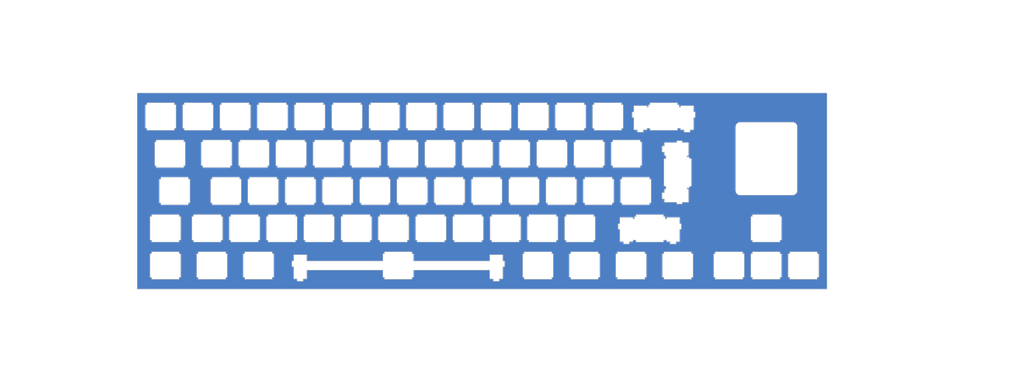
<source format=kicad_pcb>
(kicad_pcb (version 20221018) (generator pcbnew)
  (layers (0 "F.Cu" signal) (31 "B.Cu" signal) (34 "B.Paste" user) (35 "F.Paste" user) (36 "B.SilkS" user "B.Silkscreen") (37 "F.SilkS" user "F.Silkscreen") (38 "B.Mask" user) (39 "F.Mask" user) (44 "Edge.Cuts" user))
  (net 0 "")
  (gr_line (start 227.075 156.45) (end 226.275 156.45) (stroke (width 0.2)) (layer "Edge.Cuts"))
  (gr_line (start 62.4 111.45) (end 63.2 111.45) (stroke (width 0.2)) (layer "Edge.Cuts"))
  (gr_line (start 177.2 111.45) (end 177.2 112.45) (stroke (width 0.2)) (layer "Edge.Cuts"))
  (gr_line (start 289.375 168.45) (end 289.375 156.45) (stroke (width 0.2)) (layer "Edge.Cuts"))
  (gr_line (start 74.825 169.45) (end 74.825 168.45) (stroke (width 0.2)) (layer "Edge.Cuts"))
  (gr_line (start 135 99.45) (end 134.2 99.45) (stroke (width 0.2)) (layer "Edge.Cuts"))
  (gr_line (start 289.625 93.22) (end 289.625 92.42) (stroke (width 0.2)) (layer "Edge.Cuts"))
  (gr_line (start 275.85 137.92) (end 275.85 141.15) (stroke (width 0.2)) (layer "Edge.Cuts"))
  (gr_line (start 167.45 150.45) (end 167.45 149.45) (stroke (width 0.2)) (layer "Edge.Cuts"))
  (gr_line (start 307.175 143.95) (end 307.175 141.15) (stroke (width 0.2)) (layer "Edge.Cuts"))
  (gr_line (start 36.275 156.45) (end 36.275 168.45) (stroke (width 0.2)) (layer "Edge.Cuts"))
  (gr_line (start 67.7 92.45) (end 68.5 92.45) (stroke (width 0.2)) (layer "Edge.Cuts"))
  (gr_line (start 357.45 137.45) (end 357.45 136.45) (stroke (width 0.2)) (layer "Edge.Cuts"))
  (gr_line (start 77.2 111.45) (end 78 111.45) (stroke (width 0.2)) (layer "Edge.Cuts"))
  (gr_line (start 310.055 106.375) (end 310.855 106.375) (stroke (width 0.2)) (layer "Edge.Cuts"))
  (gr_line (start 143.7 93.45) (end 143.7 92.45) (stroke (width 0.2)) (layer "Edge.Cuts"))
  (gr_line (start 362.45 168.45) (end 362.45 169.45) (stroke (width 0.2)) (layer "Edge.Cuts"))
  (gr_line (start 157.95 130.45) (end 158.75 130.45) (stroke (width 0.2)) (layer "Edge.Cuts"))
  (gr_line (start 167.45 136.45) (end 153.45 136.45) (stroke (width 0.2)) (layer "Edge.Cuts"))
  (gr_line (start 234.75 130.45) (end 234.75 118.45) (stroke (width 0.2)) (layer "Edge.Cuts"))
  (gr_line (start 172.45 136.45) (end 172.45 137.45) (stroke (width 0.2)) (layer "Edge.Cuts"))
  (gr_line (start 119.95 131.45) (end 119.95 130.45) (stroke (width 0.2)) (layer "Edge.Cuts"))
  (gr_line (start 51.075 168.45) (end 51.875 168.45) (stroke (width 0.2)) (layer "Edge.Cuts"))
  (gr_line (start 73.25 149.45) (end 73.25 137.45) (stroke (width 0.2)) (layer "Edge.Cuts"))
  (gr_line (start 224.45 137.45) (end 224.45 136.45) (stroke (width 0.2)) (layer "Edge.Cuts"))
  (gr_line (start 176.95 131.45) (end 176.95 130.45) (stroke (width 0.2)) (layer "Edge.Cuts"))
  (gr_line (start 139.2 111.45) (end 139.2 112.45) (stroke (width 0.2)) (layer "Edge.Cuts"))
  (gr_line (start 306.3 143.95) (end 307.175 143.95) (stroke (width 0.2)) (layer "Edge.Cuts"))
  (gr_line (start 314.3 84.15) (end 313.425 84.15) (stroke (width 0.2)) (layer "Edge.Cuts"))
  (gr_line (start 276.95 130.45) (end 276.95 131.45) (stroke (width 0.2)) (layer "Edge.Cuts"))
  (gr_line (start 283.275 137.45) (end 283.275 138.72) (stroke (width 0.2)) (layer "Edge.Cuts"))
  (gr_line (start 74.825 168.45) (end 75.625 168.45) (stroke (width 0.2)) (layer "Edge.Cuts"))
  (gr_line (start 288.575 156.45) (end 288.575 155.45) (stroke (width 0.2)) (layer "Edge.Cuts"))
  (gr_line (start 238.7 80.45) (end 238.7 79.45) (stroke (width 0.2)) (layer "Edge.Cuts"))
  (gr_line (start 92.25 149.45) (end 92.25 137.45) (stroke (width 0.2)) (layer "Edge.Cuts"))
  (gr_line (start 67.95 131.45) (end 81.95 131.45) (stroke (width 0.2)) (layer "Edge.Cuts"))
  (gr_line (start 86.7 79.45) (end 72.7 79.45) (stroke (width 0.2)) (layer "Edge.Cuts"))
  (gr_line (start 284.075 150.45) (end 298.075 150.45) (stroke (width 0.2)) (layer "Edge.Cuts"))
  (gr_line (start 206.25 149.45) (end 206.25 137.45) (stroke (width 0.2)) (layer "Edge.Cuts"))
  (gr_line (start 86.7 93.45) (end 86.7 92.45) (stroke (width 0.2)) (layer "Edge.Cuts"))
  (gr_line (start 284.075 136.45) (end 284.075 137.45) (stroke (width 0.2)) (layer "Edge.Cuts"))
  (gr_line (start 110.45 150.45) (end 110.45 149.45) (stroke (width 0.2)) (layer "Edge.Cuts"))
  (gr_line (start 343.45 150.45) (end 357.45 150.45) (stroke (width 0.2)) (layer "Edge.Cuts"))
  (gr_line (start 241.075 169.45) (end 241.075 168.45) (stroke (width 0.2)) (layer "Edge.Cuts"))
  (gr_line (start 205.45 150.45) (end 205.45 149.45) (stroke (width 0.2)) (layer "Edge.Cuts"))
  (gr_line (start 376.45 155.45) (end 362.45 155.45) (stroke (width 0.2)) (layer "Edge.Cuts"))
  (gr_line (start 182.5 92.45) (end 182.5 80.45) (stroke (width 0.2)) (layer "Edge.Cuts"))
  (gr_line (start 211 111.45) (end 211 99.45) (stroke (width 0.2)) (layer "Edge.Cuts"))
  (gr_line (start 53.45 111.45) (end 54.25 111.45) (stroke (width 0.2)) (layer "Edge.Cuts"))
  (gr_line (start 234.2 111.45) (end 234.2 112.45) (stroke (width 0.2)) (layer "Edge.Cuts"))
  (gr_line (start 72.45 150.45) (end 72.45 149.45) (stroke (width 0.2)) (layer "Edge.Cuts"))
  (gr_line (start 148.45 150.45) (end 148.45 149.45) (stroke (width 0.2)) (layer "Edge.Cuts"))
  (gr_line (start 247.65 149.45) (end 248.45 149.45) (stroke (width 0.2)) (layer "Edge.Cuts"))
  (gr_line (start 217.05 162.95) (end 217.05 160.15) (stroke (width 0.2)) (layer "Edge.Cuts"))
  (gr_line (start 310.055 122.75) (end 311.325 122.75) (stroke (width 0.2)) (layer "Edge.Cuts"))
  (gr_line (start 171.65 137.45) (end 171.65 149.45) (stroke (width 0.2)) (layer "Edge.Cuts"))
  (gr_line (start 264.825 155.45) (end 250.825 155.45) (stroke (width 0.2)) (layer "Edge.Cuts"))
  (gr_line (start 82.2 111.45) (end 82.2 112.45) (stroke (width 0.2)) (layer "Edge.Cuts"))
  (gr_line (start 343.45 155.45) (end 343.45 156.45) (stroke (width 0.2)) (layer "Edge.Cuts"))
  (gr_line (start 72.7 80.45) (end 71.9 80.45) (stroke (width 0.2)) (layer "Edge.Cuts"))
  (gr_line (start 157.95 118.45) (end 157.95 117.45) (stroke (width 0.2)) (layer "Edge.Cuts"))
  (gr_line (start 290.4 92.45) (end 291.2 92.45) (stroke (width 0.2)) (layer "Edge.Cuts"))
  (gr_line (start 307.625 98.85) (end 304.825 98.85) (stroke (width 0.2)) (layer "Edge.Cuts"))
  (gr_line (start 243.45 150.45) (end 243.45 149.45) (stroke (width 0.2)) (layer "Edge.Cuts"))
  (gr_line (start 233.95 130.45) (end 234.75 130.45) (stroke (width 0.2)) (layer "Edge.Cuts"))
  (gr_line (start 101.75 130.45) (end 101.75 118.45) (stroke (width 0.2)) (layer "Edge.Cuts"))
  (gr_line (start 124.7 93.45) (end 124.7 92.45) (stroke (width 0.2)) (layer "Edge.Cuts"))
  (gr_line (start 233.4 99.45) (end 233.4 111.45) (stroke (width 0.2)) (layer "Edge.Cuts"))
  (gr_line (start 243.45 136.45) (end 229.45 136.45) (stroke (width 0.2)) (layer "Edge.Cuts"))
  (gr_line (start 134.45 150.45) (end 148.45 150.45) (stroke (width 0.2)) (layer "Edge.Cuts"))
  (gr_line (start 134.45 137.45) (end 133.65 137.45) (stroke (width 0.2)) (layer "Edge.Cuts"))
  (gr_line (start 143.7 92.45) (end 144.5 92.45) (stroke (width 0.2)) (layer "Edge.Cuts"))
  (gr_line (start 306.775 93.22) (end 308.6 93.22) (stroke (width 0.2)) (layer "Edge.Cuts"))
  (gr_line (start 170.625 160.15) (end 170.625 156.45) (stroke (width 0.2)) (layer "Edge.Cuts"))
  (gr_line (start 271.95 130.45) (end 272.75 130.45) (stroke (width 0.2)) (layer "Edge.Cuts"))
  (gr_line (start 219.7 93.45) (end 219.7 92.45) (stroke (width 0.2)) (layer "Edge.Cuts"))
  (gr_line (start 214.95 117.45) (end 200.95 117.45) (stroke (width 0.2)) (layer "Edge.Cuts"))
  (gr_line (start 181.95 131.45) (end 195.95 131.45) (stroke (width 0.2)) (layer "Edge.Cuts"))
  (gr_line (start 105.7 93.45) (end 105.7 92.45) (stroke (width 0.2)) (layer "Edge.Cuts"))
  (gr_line (start 155.825 155.45) (end 155.825 156.45) (stroke (width 0.2)) (layer "Edge.Cuts"))
  (gr_line (start 298.555 125.35) (end 297.355 125.35) (stroke (width 0.2)) (layer "Edge.Cuts"))
  (gr_line (start 216.15 162.95) (end 217.05 162.95) (stroke (width 0.2)) (layer "Edge.Cuts"))
  (gr_line (start 200.95 117.45) (end 200.95 118.45) (stroke (width 0.2)) (layer "Edge.Cuts"))
  (gr_line (start 216.15 156.92) (end 209.5 156.92) (stroke (width 0.2)) (layer "Edge.Cuts"))
  (gr_line (start 358.25 137.45) (end 357.45 137.45) (stroke (width 0.2)) (layer "Edge.Cuts"))
  (gr_line (start 257.95 118.45) (end 257.15 118.45) (stroke (width 0.2)) (layer "Edge.Cuts"))
  (gr_line (start 91.45 149.45) (end 92.25 149.45) (stroke (width 0.2)) (layer "Edge.Cuts"))
  (gr_line (start 195.4 111.45) (end 196.2 111.45) (stroke (width 0.2)) (layer "Edge.Cuts"))
  (gr_line (start 297.355 104.55) (end 298.555 104.55) (stroke (width 0.2)) (layer "Edge.Cuts"))
  (gr_line (start 163.5 92.45) (end 163.5 80.45) (stroke (width 0.2)) (layer "Edge.Cuts"))
  (gr_line (start 284.075 149.45) (end 284.075 150.45) (stroke (width 0.2)) (layer "Edge.Cuts"))
  (gr_line (start 304.825 131.05) (end 307.625 131.05) (stroke (width 0.2)) (layer "Edge.Cuts"))
  (gr_line (start 108.6 160.15) (end 108.6 162.95) (stroke (width 0.2)) (layer "Edge.Cuts"))
  (gr_line (start 214.325 170.42) (end 214.325 169.22) (stroke (width 0.2)) (layer "Edge.Cuts"))
  (gr_line (start 51.075 155.45) (end 37.075 155.45) (stroke (width 0.2)) (layer "Edge.Cuts"))
  (gr_line (start 217.05 160.15) (end 216.15 160.15) (stroke (width 0.2)) (layer "Edge.Cuts"))
  (gr_line (start 299.355 122.75) (end 299.355 123.525) (stroke (width 0.2)) (layer "Edge.Cuts"))
  (gr_line (start 200.95 130.45) (end 200.95 131.45) (stroke (width 0.2)) (layer "Edge.Cuts"))
  (gr_line (start 324.45 169.45) (end 338.45 169.45) (stroke (width 0.2)) (layer "Edge.Cuts"))
  (gr_line (start 181.7 80.45) (end 181.7 79.45) (stroke (width 0.2)) (layer "Edge.Cuts"))
  (gr_line (start 158.2 99.45) (end 157.4 99.45) (stroke (width 0.2)) (layer "Edge.Cuts"))
  (gr_line (start 60.025 156.45) (end 60.025 168.45) (stroke (width 0.2)) (layer "Edge.Cuts"))
  (gr_line (start 271.4 111.45) (end 272.2 111.45) (stroke (width 0.2)) (layer "Edge.Cuts"))
  (gr_line (start 51.075 169.45) (end 51.075 168.45) (stroke (width 0.2)) (layer "Edge.Cuts"))
  (gr_line (start 76.65 149.45) (end 77.45 149.45) (stroke (width 0.2)) (layer "Edge.Cuts"))
  (gr_line (start 162.7 93.45) (end 162.7 92.45) (stroke (width 0.2)) (layer "Edge.Cuts"))
  (gr_arc (start 337.199016 126.56) (mid 335.50196 125.857056) (end 334.799016 124.16) (stroke (width 0.1)) (layer "Edge.Cuts"))
  (gr_line (start 229.45 136.45) (end 229.45 137.45) (stroke (width 0.2)) (layer "Edge.Cuts"))
  (gr_line (start 273.775 156.45) (end 273.775 168.45) (stroke (width 0.2)) (layer "Edge.Cuts"))
  (gr_line (start 376.45 169.45) (end 376.45 168.45) (stroke (width 0.2)) (layer "Edge.Cuts"))
  (gr_line (start 84.575 169.45) (end 98.575 169.45) (stroke (width 0.2)) (layer "Edge.Cuts"))
  (gr_line (start 172.45 149.45) (end 172.45 150.45) (stroke (width 0.2)) (layer "Edge.Cuts"))
  (gr_line (start 166.9 92.45) (end 167.7 92.45) (stroke (width 0.2)) (layer "Edge.Cuts"))
  (gr_line (start 172.2 111.45) (end 173 111.45) (stroke (width 0.2)) (layer "Edge.Cuts"))
  (gr_line (start 243.7 79.45) (end 243.7 80.45) (stroke (width 0.2)) (layer "Edge.Cuts"))
  (gr_line (start 226.275 156.45) (end 226.275 168.45) (stroke (width 0.2)) (layer "Edge.Cuts"))
  (gr_line (start 105.95 117.45) (end 105.95 118.45) (stroke (width 0.2)) (layer "Edge.Cuts"))
  (gr_line (start 286.2 99.45) (end 286.2 98.45) (stroke (width 0.2)) (layer "Edge.Cuts"))
  (gr_line (start 72.45 149.45) (end 73.25 149.45) (stroke (width 0.2)) (layer "Edge.Cuts"))
  (gr_line (start 247.65 137.45) (end 247.65 149.45) (stroke (width 0.2)) (layer "Edge.Cuts"))
  (gr_line (start 71.9 92.45) (end 72.7 92.45) (stroke (width 0.2)) (layer "Edge.Cuts"))
  (gr_line (start 298.325 169.45) (end 312.325 169.45) (stroke (width 0.2)) (layer "Edge.Cuts"))
  (gr_line (start 53.45 99.45) (end 53.45 98.45) (stroke (width 0.2)) (layer "Edge.Cuts"))
  (gr_line (start 86.95 131.45) (end 100.95 131.45) (stroke (width 0.2)) (layer "Edge.Cuts"))
  (gr_line (start 298.325 121.95) (end 299.325 121.95) (stroke (width 0.2)) (layer "Edge.Cuts"))
  (gr_line (start 298.075 149.45) (end 298.875 149.45) (stroke (width 0.2)) (layer "Edge.Cuts"))
  (gr_line (start 153.2 111.45) (end 154 111.45) (stroke (width 0.2)) (layer "Edge.Cuts"))
  (gr_line (start 214.325 169.22) (end 216.15 169.22) (stroke (width 0.2)) (layer "Edge.Cuts"))
  (gr_line (start 98.575 156.45) (end 98.575 155.45) (stroke (width 0.2)) (layer "Edge.Cuts"))
  (gr_line (start 51.875 168.45) (end 51.875 156.45) (stroke (width 0.2)) (layer "Edge.Cuts"))
  (gr_line (start 155.025 164.75) (end 155.025 168.45) (stroke (width 0.2)) (layer "Edge.Cuts"))
  (gr_line (start 262.7 80.45) (end 261.9 80.45) (stroke (width 0.2)) (layer "Edge.Cuts"))
  (gr_line (start 109.9 80.45) (end 109.9 92.45) (stroke (width 0.2)) (layer "Edge.Cuts"))
  (gr_line (start 48.7 79.45) (end 34.7 79.45) (stroke (width 0.2)) (layer "Edge.Cuts"))
  (gr_line (start 37.075 150.45) (end 51.075 150.45) (stroke (width 0.2)) (layer "Edge.Cuts"))
  (gr_line (start 190.65 137.45) (end 190.65 149.45) (stroke (width 0.2)) (layer "Edge.Cuts"))
  (gr_line (start 243.45 149.45) (end 244.25 149.45) (stroke (width 0.2)) (layer "Edge.Cuts"))
  (gr_line (start 51.075 137.45) (end 51.075 136.45) (stroke (width 0.2)) (layer "Edge.Cuts"))
  (gr_line (start 312.325 169.45) (end 312.325 168.45) (stroke (width 0.2)) (layer "Edge.Cuts"))
  (gr_line (start 209.65 137.45) (end 209.65 149.45) (stroke (width 0.2)) (layer "Edge.Cuts"))
  (gr_line (start 289.625 81.72) (end 289.625 80.92) (stroke (width 0.2)) (layer "Edge.Cuts"))
  (gr_line (start 81.95 117.45) (end 67.95 117.45) (stroke (width 0.2)) (layer "Edge.Cuts"))
  (gr_line (start 96.45 136.45) (end 96.45 137.45) (stroke (width 0.2)) (layer "Edge.Cuts"))
  (gr_line (start 100.95 130.45) (end 101.75 130.45) (stroke (width 0.2)) (layer "Edge.Cuts"))
  (gr_line (start 205.45 137.45) (end 205.45 136.45) (stroke (width 0.2)) (layer "Edge.Cuts"))
  (gr_line (start 258.5 92.45) (end 258.5 80.45) (stroke (width 0.2)) (layer "Edge.Cuts"))
  (gr_line (start 248.2 98.45) (end 234.2 98.45) (stroke (width 0.2)) (layer "Edge.Cuts"))
  (gr_line (start 215.2 112.45) (end 229.2 112.45) (stroke (width 0.2)) (layer "Edge.Cuts"))
  (gr_line (start 155.825 168.45) (end 155.825 169.45) (stroke (width 0.2)) (layer "Edge.Cuts"))
  (gr_line (start 276.7 92.45) (end 277.5 92.45) (stroke (width 0.2)) (layer "Edge.Cuts"))
  (gr_line (start 200.7 79.45) (end 186.7 79.45) (stroke (width 0.2)) (layer "Edge.Cuts"))
  (gr_line (start 114.65 137.45) (end 114.65 149.45) (stroke (width 0.2)) (layer "Edge.Cuts"))
  (gr_line (start 81.4 99.45) (end 81.4 111.45) (stroke (width 0.2)) (layer "Edge.Cuts"))
  (gr_line (start 301.475 150.22) (end 301.475 151.42) (stroke (width 0.2)) (layer "Edge.Cuts"))
  (gr_line (start 96.45 137.45) (end 95.65 137.45) (stroke (width 0.2)) (layer "Edge.Cuts"))
  (gr_line (start 148.7 79.45) (end 148.7 80.45) (stroke (width 0.2)) (layer "Edge.Cuts"))
  (gr_line (start 238.95 130.45) (end 238.95 131.45) (stroke (width 0.2)) (layer "Edge.Cuts"))
  (gr_line (start 276.95 118.45) (end 276.15 118.45) (stroke (width 0.2)) (layer "Edge.Cuts"))
  (gr_line (start 29.7 174.45) (end 381.45 174.45) (stroke (width 0.2)) (layer "Edge.Cuts"))
  (gr_line (start 195.95 130.45) (end 196.75 130.45) (stroke (width 0.2)) (layer "Edge.Cuts"))
  (gr_line (start 87.5 80.45) (end 86.7 80.45) (stroke (width 0.2)) (layer "Edge.Cuts"))
  (gr_line (start 170.625 168.45) (end 170.625 164.75) (stroke (width 0.2)) (layer "Edge.Cuts"))
  (gr_line (start 120.2 98.45) (end 120.2 99.45) (stroke (width 0.2)) (layer "Edge.Cuts"))
  (gr_line (start 284.8 94.42) (end 287.8 94.42) (stroke (width 0.2)) (layer "Edge.Cuts"))
  (gr_line (start 215.2 111.45) (end 215.2 112.45) (stroke (width 0.2)) (layer "Edge.Cuts"))
  (gr_line (start 306.3 141.15) (end 306.3 137.92) (stroke (width 0.2)) (layer "Edge.Cuts"))
  (gr_line (start 234.2 112.45) (end 248.2 112.45) (stroke (width 0.2)) (layer "Edge.Cuts"))
  (gr_line (start 229.45 149.45) (end 229.45 150.45) (stroke (width 0.2)) (layer "Edge.Cuts"))
  (gr_line (start 169.825 168.45) (end 170.625 168.45) (stroke (width 0.2)) (layer "Edge.Cuts"))
  (gr_line (start 186.7 79.45) (end 186.7 80.45) (stroke (width 0.2)) (layer "Edge.Cuts"))
  (gr_line (start 129.7 80.45) (end 128.9 80.45) (stroke (width 0.2)) (layer "Edge.Cuts"))
  (gr_line (start 287.8 94.42) (end 287.8 93.22) (stroke (width 0.2)) (layer "Edge.Cuts"))
  (gr_line (start 264.825 169.45) (end 264.825 168.45) (stroke (width 0.2)) (layer "Edge.Cuts"))
  (gr_line (start 67.7 80.45) (end 67.7 79.45) (stroke (width 0.2)) (layer "Edge.Cuts"))
  (gr_line (start 214.4 99.45) (end 214.4 111.45) (stroke (width 0.2)) (layer "Edge.Cuts"))
  (gr_line (start 243.45 137.45) (end 243.45 136.45) (stroke (width 0.2)) (layer "Edge.Cuts"))
  (gr_line (start 306.3 150.22) (end 306.3 143.95) (stroke (width 0.2)) (layer "Edge.Cuts"))
  (gr_line (start 138.95 117.45) (end 124.95 117.45) (stroke (width 0.2)) (layer "Edge.Cuts"))
  (gr_line (start 310.055 123.525) (end 310.055 122.75) (stroke (width 0.2)) (layer "Edge.Cuts"))
  (gr_line (start 36.275 168.45) (end 37.075 168.45) (stroke (width 0.2)) (layer "Edge.Cuts"))
  (gr_line (start 334.799016 124.16) (end 334.799016 91.74) (stroke (width 0.1)) (layer "Edge.Cuts"))
  (gr_line (start 206.25 137.45) (end 205.45 137.45) (stroke (width 0.2)) (layer "Edge.Cuts"))
  (gr_line (start 172.2 112.45) (end 172.2 111.45) (stroke (width 0.2)) (layer "Edge.Cuts"))
  (gr_line (start 298.555 123.525) (end 298.555 125.35) (stroke (width 0.2)) (layer "Edge.Cuts"))
  (gr_line (start 196.2 98.45) (end 196.2 99.45) (stroke (width 0.2)) (layer "Edge.Cuts"))
  (gr_arc (start 363.899016 89.34) (mid 365.596072 90.042944) (end 366.299016 91.74) (stroke (width 0.1)) (layer "Edge.Cuts"))
  (gr_line (start 162.15 118.45) (end 162.15 130.45) (stroke (width 0.2)) (layer "Edge.Cuts"))
  (gr_line (start 196.2 112.45) (end 210.2 112.45) (stroke (width 0.2)) (layer "Edge.Cuts"))
  (gr_line (start 241.075 156.45) (end 241.075 155.45) (stroke (width 0.2)) (layer "Edge.Cuts"))
  (gr_line (start 214.95 131.45) (end 214.95 130.45) (stroke (width 0.2)) (layer "Edge.Cuts"))
  (gr_line (start 248.45 149.45) (end 248.45 150.45) (stroke (width 0.2)) (layer "Edge.Cuts"))
  (gr_line (start 290.4 81.72) (end 289.625 81.72) (stroke (width 0.2)) (layer "Edge.Cuts"))
  (gr_line (start 366.299016 91.74) (end 366.299016 124.16) (stroke (width 0.1)) (layer "Edge.Cuts"))
  (gr_line (start 29.7 74.45) (end 29.7 174.45) (stroke (width 0.2)) (layer "Edge.Cuts"))
  (gr_line (start 83.775 168.45) (end 84.575 168.45) (stroke (width 0.2)) (layer "Edge.Cuts"))
  (gr_line (start 139.2 98.45) (end 139.2 99.45) (stroke (width 0.2)) (layer "Edge.Cuts"))
  (gr_line (start 267.2 99.45) (end 267.2 98.45) (stroke (width 0.2)) (layer "Edge.Cuts"))
  (gr_line (start 298.075 137.45) (end 298.075 136.45) (stroke (width 0.2)) (layer "Edge.Cuts"))
  (gr_line (start 234.75 118.45) (end 233.95 118.45) (stroke (width 0.2)) (layer "Edge.Cuts"))
  (gr_line (start 148.7 92.45) (end 148.7 93.45) (stroke (width 0.2)) (layer "Edge.Cuts"))
  (gr_line (start 342.65 168.45) (end 343.45 168.45) (stroke (width 0.2)) (layer "Edge.Cuts"))
  (gr_line (start 276.15 130.45) (end 276.95 130.45) (stroke (width 0.2)) (layer "Edge.Cuts"))
  (gr_line (start 77.45 136.45) (end 77.45 137.45) (stroke (width 0.2)) (layer "Edge.Cuts"))
  (gr_line (start 224.45 149.45) (end 225.25 149.45) (stroke (width 0.2)) (layer "Edge.Cuts"))
  (gr_line (start 324.45 168.45) (end 324.45 169.45) (stroke (width 0.2)) (layer "Edge.Cuts"))
  (gr_line (start 200.7 93.45) (end 200.7 92.45) (stroke (width 0.2)) (layer "Edge.Cuts"))
  (gr_line (start 299.355 107.15) (end 299.325 107.15) (stroke (width 0.2)) (layer "Edge.Cuts"))
  (gr_line (start 299.355 106.375) (end 299.355 107.15) (stroke (width 0.2)) (layer "Edge.Cuts"))
  (gr_line (start 169.825 169.45) (end 169.825 168.45) (stroke (width 0.2)) (layer "Edge.Cuts"))
  (gr_line (start 215.2 99.45) (end 214.4 99.45) (stroke (width 0.2)) (layer "Edge.Cuts"))
  (gr_line (start 100.95 117.45) (end 86.95 117.45) (stroke (width 0.2)) (layer "Edge.Cuts"))
  (gr_line (start 177.75 130.45) (end 177.75 118.45) (stroke (width 0.2)) (layer "Edge.Cuts"))
  (gr_line (start 124.15 118.45) (end 124.15 130.45) (stroke (width 0.2)) (layer "Edge.Cuts"))
  (gr_line (start 191.45 149.45) (end 191.45 150.45) (stroke (width 0.2)) (layer "Edge.Cuts"))
  (gr_line (start 287 111.45) (end 287 99.45) (stroke (width 0.2)) (layer "Edge.Cuts"))
  (gr_line (start 72.7 79.45) (end 72.7 80.45) (stroke (width 0.2)) (layer "Edge.Cuts"))
  (gr_line (start 267.2 111.45) (end 268 111.45) (stroke (width 0.2)) (layer "Edge.Cuts"))
  (gr_line (start 357.45 156.45) (end 357.45 155.45) (stroke (width 0.2)) (layer "Edge.Cuts"))
  (gr_line (start 267.2 98.45) (end 253.2 98.45) (stroke (width 0.2)) (layer "Edge.Cuts"))
  (gr_line (start 227.075 155.45) (end 227.075 156.45) (stroke (width 0.2)) (layer "Edge.Cuts"))
  (gr_line (start 148.7 80.45) (end 147.9 80.45) (stroke (width 0.2)) (layer "Edge.Cuts"))
  (gr_line (start 311.6 93.22) (end 313.425 93.22) (stroke (width 0.2)) (layer "Edge.Cuts"))
  (gr_line (start 92.25 137.45) (end 91.45 137.45) (stroke (width 0.2)) (layer "Edge.Cuts"))
  (gr_line (start 228.65 149.45) (end 229.45 149.45) (stroke (width 0.2)) (layer "Edge.Cuts"))
  (gr_line (start 361.65 156.45) (end 361.65 168.45) (stroke (width 0.2)) (layer "Edge.Cuts"))
  (gr_line (start 216.15 160.15) (end 216.15 156.92) (stroke (width 0.2)) (layer "Edge.Cuts"))
  (gr_line (start 343.45 137.45) (end 342.65 137.45) (stroke (width 0.2)) (layer "Edge.Cuts"))
  (gr_line (start 51.075 149.45) (end 51.875 149.45) (stroke (width 0.2)) (layer "Edge.Cuts"))
  (gr_line (start 138.95 118.45) (end 138.95 117.45) (stroke (width 0.2)) (layer "Edge.Cuts"))
  (gr_line (start 181.95 118.45) (end 181.15 118.45) (stroke (width 0.2)) (layer "Edge.Cuts"))
  (gr_line (start 60.025 168.45) (end 60.825 168.45) (stroke (width 0.2)) (layer "Edge.Cuts"))
  (gr_line (start 357.45 169.45) (end 357.45 168.45) (stroke (width 0.2)) (layer "Edge.Cuts"))
  (gr_line (start 181.15 130.45) (end 181.95 130.45) (stroke (width 0.2)) (layer "Edge.Cuts"))
  (gr_line (start 167.45 137.45) (end 167.45 136.45) (stroke (width 0.2)) (layer "Edge.Cuts"))
  (gr_line (start 120.2 99.45) (end 119.4 99.45) (stroke (width 0.2)) (layer "Edge.Cuts"))
  (gr_line (start 63.2 111.45) (end 63.2 112.45) (stroke (width 0.2)) (layer "Edge.Cuts"))
  (gr_line (start 49.5 92.45) (end 49.5 80.45) (stroke (width 0.2)) (layer "Edge.Cuts"))
  (gr_line (start 306 80.45) (end 305.2 80.45) (stroke (width 0.2)) (layer "Edge.Cuts"))
  (gr_line (start 167.45 149.45) (end 168.25 149.45) (stroke (width 0.2)) (layer "Edge.Cuts"))
  (gr_line (start 282.5 138.72) (end 282.5 137.92) (stroke (width 0.2)) (layer "Edge.Cuts"))
  (gr_line (start 362.45 155.45) (end 362.45 156.45) (stroke (width 0.2)) (layer "Edge.Cuts"))
  (gr_line (start 230 111.45) (end 230 99.45) (stroke (width 0.2)) (layer "Edge.Cuts"))
  (gr_line (start 313.125 156.45) (end 312.325 156.45) (stroke (width 0.2)) (layer "Edge.Cuts"))
  (gr_line (start 67.95 117.45) (end 67.95 118.45) (stroke (width 0.2)) (layer "Edge.Cuts"))
  (gr_line (start 53.45 112.45) (end 53.45 111.45) (stroke (width 0.2)) (layer "Edge.Cuts"))
  (gr_line (start 67.95 118.45) (end 67.15 118.45) (stroke (width 0.2)) (layer "Edge.Cuts"))
  (gr_line (start 253.75 130.45) (end 253.75 118.45) (stroke (width 0.2)) (layer "Edge.Cuts"))
  (gr_line (start 196.75 130.45) (end 196.75 118.45) (stroke (width 0.2)) (layer "Edge.Cuts"))
  (gr_line (start 41.825 117.45) (end 41.825 118.45) (stroke (width 0.2)) (layer "Edge.Cuts"))
  (gr_line (start 177.2 98.45) (end 177.2 99.45) (stroke (width 0.2)) (layer "Edge.Cuts"))
  (gr_line (start 377.25 156.45) (end 376.45 156.45) (stroke (width 0.2)) (layer "Edge.Cuts"))
  (gr_line (start 186.45 150.45) (end 186.45 149.45) (stroke (width 0.2)) (layer "Edge.Cuts"))
  (gr_line (start 186.45 137.45) (end 186.45 136.45) (stroke (width 0.2)) (layer "Edge.Cuts"))
  (gr_line (start 60.825 156.45) (end 60.025 156.45) (stroke (width 0.2)) (layer "Edge.Cuts"))
  (gr_line (start 284.8 93.22) (end 284.8 94.42) (stroke (width 0.2)) (layer "Edge.Cuts"))
  (gr_line (start 264.825 168.45) (end 265.625 168.45) (stroke (width 0.2)) (layer "Edge.Cuts"))
  (gr_line (start 307.625 131.05) (end 307.625 130.175) (stroke (width 0.2)) (layer "Edge.Cuts"))
  (gr_line (start 134.2 99.45) (end 134.2 98.45) (stroke (width 0.2)) (layer "Edge.Cuts"))
  (gr_line (start 252.95 118.45) (end 252.95 117.45) (stroke (width 0.2)) (layer "Edge.Cuts"))
  (gr_line (start 343.45 168.45) (end 343.45 169.45) (stroke (width 0.2)) (layer "Edge.Cuts"))
  (gr_line (start 258.5 80.45) (end 257.7 80.45) (stroke (width 0.2)) (layer "Edge.Cuts"))
  (gr_line (start 186.7 92.45) (end 186.7 93.45) (stroke (width 0.2)) (layer "Edge.Cuts"))
  (gr_line (start 209.5 164.75) (end 209.5 169.22) (stroke (width 0.2)) (layer "Edge.Cuts"))
  (gr_line (start 119.4 99.45) (end 119.4 111.45) (stroke (width 0.2)) (layer "Edge.Cuts"))
  (gr_line (start 280.675 151.42) (end 280.675 150.22) (stroke (width 0.2)) (layer "Edge.Cuts"))
  (gr_line (start 223.9 80.45) (end 223.9 92.45) (stroke (width 0.2)) (layer "Edge.Cuts"))
  (gr_line (start 53.7 79.45) (end 53.7 80.45) (stroke (width 0.2)) (layer "Edge.Cuts"))
  (gr_line (start 215.2 98.45) (end 215.2 99.45) (stroke (width 0.2)) (layer "Edge.Cuts"))
  (gr_line (start 124.95 118.45) (end 124.15 118.45) (stroke (width 0.2)) (layer "Edge.Cuts"))
  (gr_line (start 119.95 130.45) (end 120.75 130.45) (stroke (width 0.2)) (layer "Edge.Cuts"))
  (gr_line (start 298.325 168.45) (end 298.325 169.45) (stroke (width 0.2)) (layer "Edge.Cuts"))
  (gr_line (start 305.2 93.45) (end 305.2 92.45) (stroke (width 0.2)) (layer "Edge.Cuts"))
  (gr_line (start 238.95 117.45) (end 238.95 118.45) (stroke (width 0.2)) (layer "Edge.Cuts"))
  (gr_line (start 277.675 151.42) (end 280.675 151.42) (stroke (width 0.2)) (layer "Edge.Cuts"))
  (gr_line (start 244.25 137.45) (end 243.45 137.45) (stroke (width 0.2)) (layer "Edge.Cuts"))
  (gr_line (start 210.45 149.45) (end 210.45 150.45) (stroke (width 0.2)) (layer "Edge.Cuts"))
  (gr_line (start 192 99.45) (end 191.2 99.45) (stroke (width 0.2)) (layer "Edge.Cuts"))
  (gr_line (start 74.825 155.45) (end 60.825 155.45) (stroke (width 0.2)) (layer "Edge.Cuts"))
  (gr_line (start 84.575 156.45) (end 83.775 156.45) (stroke (width 0.2)) (layer "Edge.Cuts"))
  (gr_line (start 282.5 150.22) (end 282.5 149.42) (stroke (width 0.2)) (layer "Edge.Cuts"))
  (gr_line (start 155.025 156.45) (end 155.025 160.15) (stroke (width 0.2)) (layer "Edge.Cuts"))
  (gr_line (start 155.025 168.45) (end 155.825 168.45) (stroke (width 0.2)) (layer "Edge.Cuts"))
  (gr_line (start 86.95 130.45) (end 86.95 131.45) (stroke (width 0.2)) (layer "Edge.Cuts"))
  (gr_line (start 248.45 136.45) (end 248.45 137.45) (stroke (width 0.2)) (layer "Edge.Cuts"))
  (gr_line (start 148.45 149.45) (end 149.25 149.45) (stroke (width 0.2)) (layer "Edge.Cuts"))
  (gr_line (start 72.45 136.45) (end 58.45 136.45) (stroke (width 0.2)) (layer "Edge.Cuts"))
  (gr_line (start 290.95 131.45) (end 290.95 130.45) (stroke (width 0.2)) (layer "Edge.Cuts"))
  (gr_line (start 91.7 93.45) (end 105.7 93.45) (stroke (width 0.2)) (layer "Edge.Cuts"))
  (gr_line (start 290.95 130.45) (end 291.75 130.45) (stroke (width 0.2)) (layer "Edge.Cuts"))
  (gr_line (start 37.075 169.45) (end 51.075 169.45) (stroke (width 0.2)) (layer "Edge.Cuts"))
  (gr_line (start 298.325 155.45) (end 298.325 156.45) (stroke (width 0.2)) (layer "Edge.Cuts"))
  (gr_line (start 301.475 151.42) (end 304.475 151.42) (stroke (width 0.2)) (layer "Edge.Cuts"))
  (gr_line (start 310.055 107.15) (end 310.055 106.375) (stroke (width 0.2)) (layer "Edge.Cuts"))
  (gr_line (start 138.95 131.45) (end 138.95 130.45) (stroke (width 0.2)) (layer "Edge.Cuts"))
  (gr_line (start 41.825 118.45) (end 41.025 118.45) (stroke (width 0.2)) (layer "Edge.Cuts"))
  (gr_line (start 109.5 162.95) (end 109.5 169.22) (stroke (width 0.2)) (layer "Edge.Cuts"))
  (gr_line (start 381.45 74.45) (end 29.7 74.45) (stroke (width 0.2)) (layer "Edge.Cuts"))
  (gr_line (start 313.425 93.22) (end 313.425 86.95) (stroke (width 0.2)) (layer "Edge.Cuts"))
  (gr_line (start 234.2 98.45) (end 234.2 99.45) (stroke (width 0.2)) (layer "Edge.Cuts"))
  (gr_line (start 306 81.72) (end 306 80.45) (stroke (width 0.2)) (layer "Edge.Cuts"))
  (gr_line (start 243.7 92.45) (end 243.7 93.45) (stroke (width 0.2)) (layer "Edge.Cuts"))
  (gr_line (start 37.075 156.45) (end 36.275 156.45) (stroke (width 0.2)) (layer "Edge.Cuts"))
  (gr_line (start 224.7 80.45) (end 223.9 80.45) (stroke (width 0.2)) (layer "Edge.Cuts"))
  (gr_line (start 63.2 112.45) (end 77.2 112.45) (stroke (width 0.2)) (layer "Edge.Cuts"))
  (gr_line (start 229.45 137.45) (end 228.65 137.45) (stroke (width 0.2)) (layer "Edge.Cuts"))
  (gr_line (start 200.15 118.45) (end 200.15 130.45) (stroke (width 0.2)) (layer "Edge.Cuts"))
  (gr_line (start 268 99.45) (end 267.2 99.45) (stroke (width 0.2)) (layer "Edge.Cuts"))
  (gr_line (start 167.7 93.45) (end 181.7 93.45) (stroke (width 0.2)) (layer "Edge.Cuts"))
  (gr_line (start 272.2 99.45) (end 271.4 99.45) (stroke (width 0.2)) (layer "Edge.Cuts"))
  (gr_line (start 116 99.45) (end 115.2 99.45) (stroke (width 0.2)) (layer "Edge.Cuts"))
  (gr_line (start 39.45 111.45) (end 39.45 112.45) (stroke (width 0.2)) (layer "Edge.Cuts"))
  (gr_line (start 153.45 137.45) (end 152.65 137.45) (stroke (width 0.2)) (layer "Edge.Cuts"))
  (gr_line (start 72.7 92.45) (end 72.7 93.45) (stroke (width 0.2)) (layer "Edge.Cuts"))
  (gr_arc (start 366.299016 124.16) (mid 365.596072 125.857056) (end 363.899016 126.56) (stroke (width 0.1)) (layer "Edge.Cuts"))
  (gr_line (start 243.7 93.45) (end 257.7 93.45) (stroke (width 0.2)) (layer "Edge.Cuts"))
  (gr_line (start 78 99.45) (end 77.2 99.45) (stroke (width 0.2)) (layer "Edge.Cuts"))
  (gr_line (start 153.45 149.45) (end 153.45 150.45) (stroke (width 0.2)) (layer "Edge.Cuts"))
  (gr_line (start 169.825 156.45) (end 169.825 155.45) (stroke (width 0.2)) (layer "Edge.Cuts"))
  (gr_line (start 311.325 107.95) (end 311.325 107.15) (stroke (width 0.2)) (layer "Edge.Cuts"))
  (gr_line (start 162.95 131.45) (end 176.95 131.45) (stroke (width 0.2)) (layer "Edge.Cuts"))
  (gr_line (start 168.25 137.45) (end 167.45 137.45) (stroke (width 0.2)) (layer "Edge.Cuts"))
  (gr_line (start 310.855 130.175) (end 310.855 123.525) (stroke (width 0.2)) (layer "Edge.Cuts"))
  (gr_line (start 101.75 118.45) (end 100.95 118.45) (stroke (width 0.2)) (layer "Edge.Cuts"))
  (gr_line (start 48.7 80.45) (end 48.7 79.45) (stroke (width 0.2)) (layer "Edge.Cuts"))
  (gr_line (start 274.975 141.15) (end 274.975 143.95) (stroke (width 0.2)) (layer "Edge.Cuts"))
  (gr_line (start 115.45 149.45) (end 115.45 150.45) (stroke (width 0.2)) (layer "Edge.Cuts"))
  (gr_line (start 290.95 117.45) (end 276.95 117.45) (stroke (width 0.2)) (layer "Edge.Cuts"))
  (gr_line (start 224.7 92.45) (end 224.7 93.45) (stroke (width 0.2)) (layer "Edge.Cuts"))
  (gr_line (start 154 99.45) (end 153.2 99.45) (stroke (width 0.2)) (layer "Edge.Cuts"))
  (gr_line (start 143.95 117.45) (end 143.95 118.45) (stroke (width 0.2)) (layer "Edge.Cuts"))
  (gr_line (start 358.25 156.45) (end 357.45 156.45) (stroke (width 0.2)) (layer "Edge.Cuts"))
  (gr_line (start 110.45 137.45) (end 110.45 136.45) (stroke (width 0.2)) (layer "Edge.Cuts"))
  (gr_line (start 143.15 130.45) (end 143.95 130.45) (stroke (width 0.2)) (layer "Edge.Cuts"))
  (gr_line (start 284.075 137.45) (end 283.275 137.45) (stroke (width 0.2)) (layer "Edge.Cuts"))
  (gr_line (start 41.825 130.45) (end 41.825 131.45) (stroke (width 0.2)) (layer "Edge.Cuts"))
  (gr_line (start 253.2 98.45) (end 253.2 99.45) (stroke (width 0.2)) (layer "Edge.Cuts"))
  (gr_line (start 219.7 92.45) (end 220.5 92.45) (stroke (width 0.2)) (layer "Edge.Cuts"))
  (gr_line (start 99.375 168.45) (end 99.375 156.45) (stroke (width 0.2)) (layer "Edge.Cuts"))
  (gr_line (start 311.6 94.42) (end 311.6 93.22) (stroke (width 0.2)) (layer "Edge.Cuts"))
  (gr_line (start 286.2 112.45) (end 286.2 111.45) (stroke (width 0.2)) (layer "Edge.Cuts"))
  (gr_line (start 299.325 107.95) (end 298.325 107.95) (stroke (width 0.2)) (layer "Edge.Cuts"))
  (gr_line (start 36.275 137.45) (end 36.275 149.45) (stroke (width 0.2)) (layer "Edge.Cuts"))
  (gr_line (start 72.7 93.45) (end 86.7 93.45) (stroke (width 0.2)) (layer "Edge.Cuts"))
  (gr_line (start 173 111.45) (end 173 99.45) (stroke (width 0.2)) (layer "Edge.Cuts"))
  (gr_line (start 181.95 130.45) (end 181.95 131.45) (stroke (width 0.2)) (layer "Edge.Cuts"))
  (gr_line (start 209.5 169.22) (end 211.325 169.22) (stroke (width 0.2)) (layer "Edge.Cuts"))
  (gr_line (start 298.555 128.35) (end 298.555 130.175) (stroke (width 0.2)) (layer "Edge.Cuts"))
  (gr_line (start 288.575 155.45) (end 274.575 155.45) (stroke (width 0.2)) (layer "Edge.Cuts"))
  (gr_line (start 342.65 137.45) (end 342.65 149.45) (stroke (width 0.2)) (layer "Edge.Cuts"))
  (gr_line (start 229.45 150.45) (end 243.45 150.45) (stroke (width 0.2)) (layer "Edge.Cuts"))
  (gr_line (start 357.45 136.45) (end 343.45 136.45) (stroke (width 0.2)) (layer "Edge.Cuts"))
  (gr_line (start 105.15 118.45) (end 105.15 130.45) (stroke (width 0.2)) (layer "Edge.Cuts"))
  (gr_line (start 135 111.45) (end 135 99.45) (stroke (width 0.2)) (layer "Edge.Cuts"))
  (gr_line (start 216.15 169.22) (end 216.15 162.95) (stroke (width 0.2)) (layer "Edge.Cuts"))
  (gr_line (start 76.65 137.45) (end 76.65 149.45) (stroke (width 0.2)) (layer "Edge.Cuts"))
  (gr_line (start 267.2 112.45) (end 267.2 111.45) (stroke (width 0.2)) (layer "Edge.Cuts"))
  (gr_line (start 276.95 117.45) (end 276.95 118.45) (stroke (width 0.2)) (layer "Edge.Cuts"))
  (gr_line (start 162.95 118.45) (end 162.15 118.45) (stroke (width 0.2)) (layer "Edge.Cuts"))
  (gr_line (start 77.45 149.45) (end 77.45 150.45) (stroke (width 0.2)) (layer "Edge.Cuts"))
  (gr_line (start 115.2 111.45) (end 116 111.45) (stroke (width 0.2)) (layer "Edge.Cuts"))
  (gr_line (start 312.325 107.95) (end 311.325 107.95) (stroke (width 0.2)) (layer "Edge.Cuts"))
  (gr_line (start 220.5 80.45) (end 219.7 80.45) (stroke (width 0.2)) (layer "Edge.Cuts"))
  (gr_line (start 87.5 92.45) (end 87.5 80.45) (stroke (width 0.2)) (layer "Edge.Cuts"))
  (gr_line (start 224.7 79.45) (end 224.7 80.45) (stroke (width 0.2)) (layer "Edge.Cuts"))
  (gr_line (start 110.7 79.45) (end 110.7 80.45) (stroke (width 0.2)) (layer "Edge.Cuts"))
  (gr_line (start 51.875 156.45) (end 51.075 156.45) (stroke (width 0.2)) (layer "Edge.Cuts"))
  (gr_line (start 268 111.45) (end 268 99.45) (stroke (width 0.2)) (layer "Edge.Cuts"))
  (gr_line (start 139.75 118.45) (end 138.95 118.45) (stroke (width 0.2)) (layer "Edge.Cuts"))
  (gr_line (start 33.9 80.45) (end 33.9 92.45) (stroke (width 0.2)) (layer "Edge.Cuts"))
  (gr_line (start 77.2 112.45) (end 77.2 111.45) (stroke (width 0.2)) (layer "Edge.Cuts"))
  (gr_line (start 248.2 112.45) (end 248.2 111.45) (stroke (width 0.2)) (layer "Edge.Cuts"))
  (gr_line (start 343.45 149.45) (end 343.45 150.45) (stroke (width 0.2)) (layer "Edge.Cuts"))
  (gr_line (start 114.325 170.42) (end 114.325 169.22) (stroke (width 0.2)) (layer "Edge.Cuts"))
  (gr_line (start 191.2 112.45) (end 191.2 111.45) (stroke (width 0.2)) (layer "Edge.Cuts"))
  (gr_line (start 271.95 118.45) (end 271.95 117.45) (stroke (width 0.2)) (layer "Edge.Cuts"))
  (gr_line (start 299.325 121.95) (end 299.325 122.75) (stroke (width 0.2)) (layer "Edge.Cuts"))
  (gr_line (start 205.7 79.45) (end 205.7 80.45) (stroke (width 0.2)) (layer "Edge.Cuts"))
  (gr_line (start 120.2 112.45) (end 134.2 112.45) (stroke (width 0.2)) (layer "Edge.Cuts"))
  (gr_line (start 67.15 118.45) (end 67.15 130.45) (stroke (width 0.2)) (layer "Edge.Cuts"))
  (gr_line (start 233.95 118.45) (end 233.95 117.45) (stroke (width 0.2)) (layer "Edge.Cuts"))
  (gr_line (start 200.7 80.45) (end 200.7 79.45) (stroke (width 0.2)) (layer "Edge.Cuts"))
  (gr_line (start 272.75 118.45) (end 271.95 118.45) (stroke (width 0.2)) (layer "Edge.Cuts"))
  (gr_line (start 34.7 79.45) (end 34.7 80.45) (stroke (width 0.2)) (layer "Edge.Cuts"))
  (gr_line (start 139.75 130.45) (end 139.75 118.45) (stroke (width 0.2)) (layer "Edge.Cuts"))
  (gr_line (start 275.85 141.15) (end 274.975 141.15) (stroke (width 0.2)) (layer "Edge.Cuts"))
  (gr_line (start 211.325 169.22) (end 211.325 170.42) (stroke (width 0.2)) (layer "Edge.Cuts"))
  (gr_line (start 308.6 93.22) (end 308.6 94.42) (stroke (width 0.2)) (layer "Edge.Cuts"))
  (gr_line (start 54.25 111.45) (end 54.25 99.45) (stroke (width 0.2)) (layer "Edge.Cuts"))
  (gr_line (start 67.15 130.45) (end 67.95 130.45) (stroke (width 0.2)) (layer "Edge.Cuts"))
  (gr_line (start 338.45 155.45) (end 324.45 155.45) (stroke (width 0.2)) (layer "Edge.Cuts"))
  (gr_line (start 157.4 99.45) (end 157.4 111.45) (stroke (width 0.2)) (layer "Edge.Cuts"))
  (gr_line (start 100.4 99.45) (end 100.4 111.45) (stroke (width 0.2)) (layer "Edge.Cuts"))
  (gr_line (start 110.45 136.45) (end 96.45 136.45) (stroke (width 0.2)) (layer "Edge.Cuts"))
  (gr_line (start 153.2 98.45) (end 139.2 98.45) (stroke (width 0.2)) (layer "Edge.Cuts"))
  (gr_line (start 166.9 80.45) (end 166.9 92.45) (stroke (width 0.2)) (layer "Edge.Cuts"))
  (gr_line (start 143.95 118.45) (end 143.15 118.45) (stroke (width 0.2)) (layer "Edge.Cuts"))
  (gr_line (start 55.825 130.45) (end 56.625 130.45) (stroke (width 0.2)) (layer "Edge.Cuts"))
  (gr_line (start 191.45 136.45) (end 191.45 137.45) (stroke (width 0.2)) (layer "Edge.Cuts"))
  (gr_line (start 257.95 130.45) (end 257.95 131.45) (stroke (width 0.2)) (layer "Edge.Cuts"))
  (gr_line (start 173 99.45) (end 172.2 99.45) (stroke (width 0.2)) (layer "Edge.Cuts"))
  (gr_line (start 186.7 80.45) (end 185.9 80.45) (stroke (width 0.2)) (layer "Edge.Cuts"))
  (gr_line (start 172.2 99.45) (end 172.2 98.45) (stroke (width 0.2)) (layer "Edge.Cuts"))
  (gr_line (start 37.075 136.45) (end 37.075 137.45) (stroke (width 0.2)) (layer "Edge.Cuts"))
  (gr_line (start 162.7 79.45) (end 148.7 79.45) (stroke (width 0.2)) (layer "Edge.Cuts"))
  (gr_line (start 101.2 99.45) (end 100.4 99.45) (stroke (width 0.2)) (layer "Edge.Cuts"))
  (gr_line (start 191.45 150.45) (end 205.45 150.45) (stroke (width 0.2)) (layer "Edge.Cuts"))
  (gr_line (start 68.5 80.45) (end 67.7 80.45) (stroke (width 0.2)) (layer "Edge.Cuts"))
  (gr_line (start 91.45 136.45) (end 77.45 136.45) (stroke (width 0.2)) (layer "Edge.Cuts"))
  (gr_line (start 55.825 118.45) (end 55.825 117.45) (stroke (width 0.2)) (layer "Edge.Cuts"))
  (gr_line (start 153.45 136.45) (end 153.45 137.45) (stroke (width 0.2)) (layer "Edge.Cuts"))
  (gr_line (start 272.2 98.45) (end 272.2 99.45) (stroke (width 0.2)) (layer "Edge.Cuts"))
  (gr_line (start 214.4 111.45) (end 215.2 111.45) (stroke (width 0.2)) (layer "Edge.Cuts"))
  (gr_line (start 358.25 168.45) (end 358.25 156.45) (stroke (width 0.2)) (layer "Edge.Cuts"))
  (gr_line (start 323.65 156.45) (end 323.65 168.45) (stroke (width 0.2)) (layer "Edge.Cuts"))
  (gr_line (start 376.45 156.45) (end 376.45 155.45) (stroke (width 0.2)) (layer "Edge.Cuts"))
  (gr_line (start 310.855 106.375) (end 310.855 99.725) (stroke (width 0.2)) (layer "Edge.Cuts"))
  (gr_line (start 105.95 131.45) (end 119.95 131.45) (stroke (width 0.2)) (layer "Edge.Cuts"))
  (gr_line (start 105.7 80.45) (end 105.7 79.45) (stroke (width 0.2)) (layer "Edge.Cuts"))
  (gr_line (start 210.2 112.45) (end 210.2 111.45) (stroke (width 0.2)) (layer "Edge.Cuts"))
  (gr_line (start 82.2 98.45) (end 82.2 99.45) (stroke (width 0.2)) (layer "Edge.Cuts"))
  (gr_line (start 77.45 150.45) (end 91.45 150.45) (stroke (width 0.2)) (layer "Edge.Cuts"))
  (gr_line (start 101.2 111.45) (end 101.2 112.45) (stroke (width 0.2)) (layer "Edge.Cuts"))
  (gr_line (start 192 111.45) (end 192 99.45) (stroke (width 0.2)) (layer "Edge.Cuts"))
  (gr_line (start 357.45 168.45) (end 358.25 168.45) (stroke (width 0.2)) (layer "Edge.Cuts"))
  (gr_line (start 67.95 130.45) (end 67.95 131.45) (stroke (width 0.2)) (layer "Edge.Cuts"))
  (gr_line (start 262.7 92.45) (end 262.7 93.45) (stroke (width 0.2)) (layer "Edge.Cuts"))
  (gr_line (start 242.9 92.45) (end 243.7 92.45) (stroke (width 0.2)) (layer "Edge.Cuts"))
  (gr_line (start 91.45 150.45) (end 91.45 149.45) (stroke (width 0.2)) (layer "Edge.Cuts"))
  (gr_line (start 51.075 156.45) (end 51.075 155.45) (stroke (width 0.2)) (layer "Edge.Cuts"))
  (gr_line (start 313.425 84.15) (end 313.425 80.92) (stroke (width 0.2)) (layer "Edge.Cuts"))
  (gr_line (start 298.875 149.45) (end 298.875 149.42) (stroke (width 0.2)) (layer "Edge.Cuts"))
  (gr_line (start 158.75 130.45) (end 158.75 118.45) (stroke (width 0.2)) (layer "Edge.Cuts"))
  (gr_line (start 110.7 92.45) (end 110.7 93.45) (stroke (width 0.2)) (layer "Edge.Cuts"))
  (gr_line (start 299.65 150.22) (end 301.475 150.22) (stroke (width 0.2)) (layer "Edge.Cuts"))
  (gr_line (start 238.95 131.45) (end 252.95 131.45) (stroke (width 0.2)) (layer "Edge.Cuts"))
  (gr_line (start 120.75 118.45) (end 119.95 118.45) (stroke (width 0.2)) (layer "Edge.Cuts"))
  (gr_line (start 262.45 137.45) (end 262.45 136.45) (stroke (width 0.2)) (layer "Edge.Cuts"))
  (gr_line (start 186.45 136.45) (end 172.45 136.45) (stroke (width 0.2)) (layer "Edge.Cuts"))
  (gr_line (start 283.275 149.42) (end 283.275 149.45) (stroke (width 0.2)) (layer "Edge.Cuts"))
  (gr_line (start 105.95 118.45) (end 105.15 118.45) (stroke (width 0.2)) (layer "Edge.Cuts"))
  (gr_line (start 115.2 112.45) (end 115.2 111.45) (stroke (width 0.2)) (layer "Edge.Cuts"))
  (gr_line (start 109.5 156.92) (end 109.5 160.15) (stroke (width 0.2)) (layer "Edge.Cuts"))
  (gr_line (start 282.1 84.15) (end 282.1 86.95) (stroke (width 0.2)) (layer "Edge.Cuts"))
  (gr_line (start 58.45 149.45) (end 58.45 150.45) (stroke (width 0.2)) (layer "Edge.Cuts"))
  (gr_line (start 343.45 156.45) (end 342.65 156.45) (stroke (width 0.2)) (layer "Edge.Cuts"))
  (gr_line (start 119.95 117.45) (end 105.95 117.45) (stroke (width 0.2)) (layer "Edge.Cuts"))
  (gr_line (start 55.825 131.45) (end 55.825 130.45) (stroke (width 0.2)) (layer "Edge.Cuts"))
  (gr_line (start 238.95 118.45) (end 238.15 118.45) (stroke (width 0.2)) (layer "Edge.Cuts"))
  (gr_line (start 201.5 92.45) (end 201.5 80.45) (stroke (width 0.2)) (layer "Edge.Cuts"))
  (gr_line (start 289.625 92.42) (end 290.4 92.42) (stroke (width 0.2)) (layer "Edge.Cuts"))
  (gr_line (start 56.625 118.45) (end 55.825 118.45) (stroke (width 0.2)) (layer "Edge.Cuts"))
  (gr_line (start 133.65 137.45) (end 133.65 149.45) (stroke (width 0.2)) (layer "Edge.Cuts"))
  (gr_arc (start 334.799016 91.74) (mid 335.50196 90.042944) (end 337.199016 89.34) (stroke (width 0.1)) (layer "Edge.Cuts"))
  (gr_line (start 60.825 168.45) (end 60.825 169.45) (stroke (width 0.2)) (layer "Edge.Cuts"))
  (gr_line (start 134.45 136.45) (end 134.45 137.45) (stroke (width 0.2)) (layer "Edge.Cuts"))
  (gr_line (start 209.5 156.92) (end 209.5 160.15) (stroke (width 0.2)) (layer "Edge.Cuts"))
  (gr_line (start 101.2 98.45) (end 101.2 99.45) (stroke (width 0.2)) (layer "Edge.Cuts"))
  (gr_line (start 63.2 99.45) (end 62.4 99.45) (stroke (width 0.2)) (layer "Edge.Cuts"))
  (gr_line (start 58.45 137.45) (end 57.65 137.45) (stroke (width 0.2)) (layer "Edge.Cuts"))
  (gr_line (start 311.325 121.95) (end 312.325 121.95) (stroke (width 0.2)) (layer "Edge.Cuts"))
  (gr_line (start 96.45 149.45) (end 96.45 150.45) (stroke (width 0.2)) (layer "Edge.Cuts"))
  (gr_line (start 154 111.45) (end 154 99.45) (stroke (width 0.2)) (layer "Edge.Cuts"))
  (gr_line (start 298.075 150.45) (end 298.075 149.45) (stroke (width 0.2)) (layer "Edge.Cuts"))
  (gr_line (start 238.15 118.45) (end 238.15 130.45) (stroke (width 0.2)) (layer "Edge.Cuts"))
  (gr_line (start 253.75 118.45) (end 252.95 118.45) (stroke (width 0.2)) (layer "Edge.Cuts"))
  (gr_line (start 282.5 137.92) (end 275.85 137.92) (stroke (width 0.2)) (layer "Edge.Cuts"))
  (gr_line (start 51.875 137.45) (end 51.075 137.45) (stroke (width 0.2)) (layer "Edge.Cuts"))
  (gr_line (start 225.25 149.45) (end 225.25 137.45) (stroke (width 0.2)) (layer "Edge.Cuts"))
  (gr_line (start 291.75 118.45) (end 290.95 118.45) (stroke (width 0.2)) (layer "Edge.Cuts"))
  (gr_line (start 257.7 93.45) (end 257.7 92.45) (stroke (width 0.2)) (layer "Edge.Cuts"))
  (gr_line (start 304.475 151.42) (end 304.475 150.22) (stroke (width 0.2)) (layer "Edge.Cuts"))
  (gr_line (start 304.475 150.22) (end 306.3 150.22) (stroke (width 0.2)) (layer "Edge.Cuts"))
  (gr_line (start 176.95 130.45) (end 177.75 130.45) (stroke (width 0.2)) (layer "Edge.Cuts"))
  (gr_line (start 48.7 92.45) (end 49.5 92.45) (stroke (width 0.2)) (layer "Edge.Cuts"))
  (gr_line (start 100.95 118.45) (end 100.95 117.45) (stroke (width 0.2)) (layer "Edge.Cuts"))
  (gr_line (start 250.825 156.45) (end 250.025 156.45) (stroke (width 0.2)) (layer "Edge.Cuts"))
  (gr_line (start 291.2 79.45) (end 291.2 80.45) (stroke (width 0.2)) (layer "Edge.Cuts"))
  (gr_line (start 239.5 80.45) (end 238.7 80.45) (stroke (width 0.2)) (layer "Edge.Cuts"))
  (gr_line (start 288.575 168.45) (end 289.375 168.45) (stroke (width 0.2)) (layer "Edge.Cuts"))
  (gr_line (start 357.45 155.45) (end 343.45 155.45) (stroke (width 0.2)) (layer "Edge.Cuts"))
  (gr_line (start 298.325 107.95) (end 298.325 121.95) (stroke (width 0.2)) (layer "Edge.Cuts"))
  (gr_line (start 34.7 93.45) (end 48.7 93.45) (stroke (width 0.2)) (layer "Edge.Cuts"))
  (gr_line (start 265.625 168.45) (end 265.625 156.45) (stroke (width 0.2)) (layer "Edge.Cuts"))
  (gr_line (start 263.25 149.45) (end 263.25 137.45) (stroke (width 0.2)) (layer "Edge.Cuts"))
  (gr_line (start 297.355 128.35) (end 298.555 128.35) (stroke (width 0.2)) (layer "Edge.Cuts"))
  (gr_line (start 253.2 112.45) (end 267.2 112.45) (stroke (width 0.2)) (layer "Edge.Cuts"))
  (gr_line (start 185.9 80.45) (end 185.9 92.45) (stroke (width 0.2)) (layer "Edge.Cuts"))
  (gr_line (start 144.5 80.45) (end 143.7 80.45) (stroke (width 0.2)) (layer "Edge.Cuts"))
  (gr_line (start 244.25 149.45) (end 244.25 137.45) (stroke (width 0.2)) (layer "Edge.Cuts"))
  (gr_line (start 290.95 118.45) (end 290.95 117.45) (stroke (width 0.2)) (layer "Edge.Cuts"))
  (gr_line (start 162.7 92.45) (end 163.5 92.45) (stroke (width 0.2)) (layer "Edge.Cuts"))
  (gr_line (start 233.4 111.45) (end 234.2 111.45) (stroke (width 0.2)) (layer "Edge.Cuts"))
  (gr_line (start 167.7 92.45) (end 167.7 93.45) (stroke (width 0.2)) (layer "Edge.Cuts"))
  (gr_line (start 75.625 168.45) (end 75.625 156.45) (stroke (width 0.2)) (layer "Edge.Cuts"))
  (gr_line (start 181.7 93.45) (end 181.7 92.45) (stroke (width 0.2)) (layer "Edge.Cuts"))
  (gr_line (start 298.555 101.55) (end 297.355 101.55) (stroke (width 0.2)) (layer "Edge.Cuts"))
  (gr_line (start 291.75 130.45) (end 291.75 118.45) (stroke (width 0.2)) (layer "Edge.Cuts"))
  (gr_line (start 33.9 92.45) (end 34.7 92.45) (stroke (width 0.2)) (layer "Edge.Cuts"))
  (gr_line (start 342.65 149.45) (end 343.45 149.45) (stroke (width 0.2)) (layer "Edge.Cuts"))
  (gr_line (start 312.325 155.45) (end 298.325 155.45) (stroke (width 0.2)) (layer "Edge.Cuts"))
  (gr_line (start 48.7 93.45) (end 48.7 92.45) (stroke (width 0.2)) (layer "Edge.Cuts"))
  (gr_line (start 210.45 137.45) (end 209.65 137.45) (stroke (width 0.2)) (layer "Edge.Cuts"))
  (gr_line (start 287 99.45) (end 286.2 99.45) (stroke (width 0.2)) (layer "Edge.Cuts"))
  (gr_line (start 58.45 136.45) (end 58.45 137.45) (stroke (width 0.2)) (layer "Edge.Cuts"))
  (gr_line (start 311.325 107.15) (end 310.055 107.15) (stroke (width 0.2)) (layer "Edge.Cuts"))
  (gr_line (start 191.2 98.45) (end 177.2 98.45) (stroke (width 0.2)) (layer "Edge.Cuts"))
  (gr_line (start 277.675 150.22) (end 277.675 151.42) (stroke (width 0.2)) (layer "Edge.Cuts"))
  (gr_line (start 239.5 92.45) (end 239.5 80.45) (stroke (width 0.2)) (layer "Edge.Cuts"))
  (gr_line (start 129.7 92.45) (end 129.7 93.45) (stroke (width 0.2)) (layer "Edge.Cuts"))
  (gr_line (start 357.45 150.45) (end 357.45 149.45) (stroke (width 0.2)) (layer "Edge.Cuts"))
  (gr_line (start 54.25 99.45) (end 53.45 99.45) (stroke (width 0.2)) (layer "Edge.Cuts"))
  (gr_line (start 58.45 150.45) (end 72.45 150.45) (stroke (width 0.2)) (layer "Edge.Cuts"))
  (gr_line (start 110.45 149.45) (end 111.25 149.45) (stroke (width 0.2)) (layer "Edge.Cuts"))
  (gr_line (start 96.45 150.45) (end 110.45 150.45) (stroke (width 0.2)) (layer "Edge.Cuts"))
  (gr_line (start 41.825 131.45) (end 55.825 131.45) (stroke (width 0.2)) (layer "Edge.Cuts"))
  (gr_line (start 162.7 80.45) (end 162.7 79.45) (stroke (width 0.2)) (layer "Edge.Cuts"))
  (gr_line (start 262.45 136.45) (end 248.45 136.45) (stroke (width 0.2)) (layer "Edge.Cuts"))
  (gr_line (start 138.4 99.45) (end 138.4 111.45) (stroke (width 0.2)) (layer "Edge.Cuts"))
  (gr_line (start 125.5 92.45) (end 125.5 80.45) (stroke (width 0.2)) (layer "Edge.Cuts"))
  (gr_line (start 128.9 92.45) (end 129.7 92.45) (stroke (width 0.2)) (layer "Edge.Cuts"))
  (gr_line (start 84.575 168.45) (end 84.575 169.45) (stroke (width 0.2)) (layer "Edge.Cuts"))
  (gr_line (start 105.15 130.45) (end 105.95 130.45) (stroke (width 0.2)) (layer "Edge.Cuts"))
  (gr_line (start 299.325 122.75) (end 299.355 122.75) (stroke (width 0.2)) (layer "Edge.Cuts"))
  (gr_line (start 242.9 80.45) (end 242.9 92.45) (stroke (width 0.2)) (layer "Edge.Cuts"))
  (gr_line (start 169.825 155.45) (end 155.825 155.45) (stroke (width 0.2)) (layer "Edge.Cuts"))
  (gr_line (start 86.15 118.45) (end 86.15 130.45) (stroke (width 0.2)) (layer "Edge.Cuts"))
  (gr_line (start 81.95 130.45) (end 82.75 130.45) (stroke (width 0.2)) (layer "Edge.Cuts"))
  (gr_line (start 277.5 80.45) (end 276.7 80.45) (stroke (width 0.2)) (layer "Edge.Cuts"))
  (gr_line (start 157.95 131.45) (end 157.95 130.45) (stroke (width 0.2)) (layer "Edge.Cuts"))
  (gr_line (start 219.15 130.45) (end 219.95 130.45) (stroke (width 0.2)) (layer "Edge.Cuts"))
  (gr_line (start 152.65 149.45) (end 153.45 149.45) (stroke (width 0.2)) (layer "Edge.Cuts"))
  (gr_line (start 75.625 156.45) (end 74.825 156.45) (stroke (width 0.2)) (layer "Edge.Cuts"))
  (gr_line (start 275.85 150.22) (end 277.675 150.22) (stroke (width 0.2)) (layer "Edge.Cuts"))
  (gr_line (start 81.4 111.45) (end 82.2 111.45) (stroke (width 0.2)) (layer "Edge.Cuts"))
  (gr_line (start 252.95 131.45) (end 252.95 130.45) (stroke (width 0.2)) (layer "Edge.Cuts"))
  (gr_line (start 82.2 99.45) (end 81.4 99.45) (stroke (width 0.2)) (layer "Edge.Cuts"))
  (gr_line (start 282.5 149.42) (end 283.275 149.42) (stroke (width 0.2)) (layer "Edge.Cuts"))
  (gr_line (start 205.45 136.45) (end 191.45 136.45) (stroke (width 0.2)) (layer "Edge.Cuts"))
  (gr_line (start 51.075 150.45) (end 51.075 149.45) (stroke (width 0.2)) (layer "Edge.Cuts"))
  (gr_line (start 82.75 118.45) (end 81.95 118.45) (stroke (width 0.2)) (layer "Edge.Cuts"))
  (gr_line (start 211 99.45) (end 210.2 99.45) (stroke (width 0.2)) (layer "Edge.Cuts"))
  (gr_line (start 274.575 156.45) (end 273.775 156.45) (stroke (width 0.2)) (layer "Edge.Cuts"))
  (gr_line (start 381.45 174.45) (end 381.45 74.45) (stroke (width 0.2)) (layer "Edge.Cuts"))
  (gr_line (start 271.95 117.45) (end 257.95 117.45) (stroke (width 0.2)) (layer "Edge.Cuts"))
  (gr_line (start 200.95 131.45) (end 214.95 131.45) (stroke (width 0.2)) (layer "Edge.Cuts"))
  (gr_line (start 298.555 106.375) (end 299.355 106.375) (stroke (width 0.2)) (layer "Edge.Cuts"))
  (gr_line (start 62.4 99.45) (end 62.4 111.45) (stroke (width 0.2)) (layer "Edge.Cuts"))
  (gr_line (start 91.45 137.45) (end 91.45 136.45) (stroke (width 0.2)) (layer "Edge.Cuts"))
  (gr_line (start 291.2 93.45) (end 305.2 93.45) (stroke (width 0.2)) (layer "Edge.Cuts"))
  (gr_line (start 49.5 80.45) (end 48.7 80.45) (stroke (width 0.2)) (layer "Edge.Cuts"))
  (gr_line (start 252.4 111.45) (end 253.2 111.45) (stroke (width 0.2)) (layer "Edge.Cuts"))
  (gr_line (start 241.875 168.45) (end 241.875 156.45) (stroke (width 0.2)) (layer "Edge.Cuts"))
  (gr_line (start 272.2 112.45) (end 286.2 112.45) (stroke (width 0.2)) (layer "Edge.Cuts"))
  (gr_line (start 298.555 99.725) (end 298.555 101.55) (stroke (width 0.2)) (layer "Edge.Cuts"))
  (gr_line (start 168.25 149.45) (end 168.25 137.45) (stroke (width 0.2)) (layer "Edge.Cuts"))
  (gr_line (start 282.975 86.95) (end 282.975 93.22) (stroke (width 0.2)) (layer "Edge.Cuts"))
  (gr_line (start 298.555 104.55) (end 298.555 106.375) (stroke (width 0.2)) (layer "Edge.Cuts"))
  (gr_line (start 181.7 92.45) (end 182.5 92.45) (stroke (width 0.2)) (layer "Edge.Cuts"))
  (gr_line (start 283.275 149.45) (end 284.075 149.45) (stroke (width 0.2)) (layer "Edge.Cuts"))
  (gr_line (start 274.575 169.45) (end 288.575 169.45) (stroke (width 0.2)) (layer "Edge.Cuts"))
  (gr_line (start 214.95 130.45) (end 215.75 130.45) (stroke (width 0.2)) (layer "Edge.Cuts"))
  (gr_line (start 313.425 80.92) (end 306.775 80.92) (stroke (width 0.2)) (layer "Edge.Cuts"))
  (gr_line (start 314.3 86.95) (end 314.3 84.15) (stroke (width 0.2)) (layer "Edge.Cuts"))
  (gr_line (start 86.15 130.45) (end 86.95 130.45) (stroke (width 0.2)) (layer "Edge.Cuts"))
  (gr_line (start 124.95 131.45) (end 138.95 131.45) (stroke (width 0.2)) (layer "Edge.Cuts"))
  (gr_line (start 313.425 86.95) (end 314.3 86.95) (stroke (width 0.2)) (layer "Edge.Cuts"))
  (gr_line (start 172.45 137.45) (end 171.65 137.45) (stroke (width 0.2)) (layer "Edge.Cuts"))
  (gr_line (start 128.9 80.45) (end 128.9 92.45) (stroke (width 0.2)) (layer "Edge.Cuts"))
  (gr_line (start 134.2 111.45) (end 135 111.45) (stroke (width 0.2)) (layer "Edge.Cuts"))
  (gr_line (start 73.25 137.45) (end 72.45 137.45) (stroke (width 0.2)) (layer "Edge.Cuts"))
  (gr_line (start 153.2 99.45) (end 153.2 98.45) (stroke (width 0.2)) (layer "Edge.Cuts"))
  (gr_line (start 250.825 169.45) (end 264.825 169.45) (stroke (width 0.2)) (layer "Edge.Cuts"))
  (gr_line (start 116 111.45) (end 116 99.45) (stroke (width 0.2)) (layer "Edge.Cuts"))
  (gr_line (start 124.7 92.45) (end 125.5 92.45) (stroke (width 0.2)) (layer "Edge.Cuts"))
  (gr_line (start 71.9 80.45) (end 71.9 92.45) (stroke (width 0.2)) (layer "Edge.Cuts"))
  (gr_line (start 297.525 168.45) (end 298.325 168.45) (stroke (width 0.2)) (layer "Edge.Cuts"))
  (gr_line (start 215.75 118.45) (end 214.95 118.45) (stroke (width 0.2)) (layer "Edge.Cuts"))
  (gr_line (start 108.6 162.95) (end 109.5 162.95) (stroke (width 0.2)) (layer "Edge.Cuts"))
  (gr_line (start 363.899016 126.56) (end 337.199016 126.56) (stroke (width 0.1)) (layer "Edge.Cuts"))
  (gr_line (start 182.5 80.45) (end 181.7 80.45) (stroke (width 0.2)) (layer "Edge.Cuts"))
  (gr_line (start 339.25 168.45) (end 339.25 156.45) (stroke (width 0.2)) (layer "Edge.Cuts"))
  (gr_line (start 185.9 92.45) (end 186.7 92.45) (stroke (width 0.2)) (layer "Edge.Cuts"))
  (gr_line (start 53.7 93.45) (end 67.7 93.45) (stroke (width 0.2)) (layer "Edge.Cuts"))
  (gr_line (start 252.95 117.45) (end 238.95 117.45) (stroke (width 0.2)) (layer "Edge.Cuts"))
  (gr_line (start 109.5 169.22) (end 111.325 169.22) (stroke (width 0.2)) (layer "Edge.Cuts"))
  (gr_line (start 111.25 149.45) (end 111.25 137.45) (stroke (width 0.2)) (layer "Edge.Cuts"))
  (gr_line (start 324.45 155.45) (end 324.45 156.45) (stroke (width 0.2)) (layer "Edge.Cuts"))
  (gr_line (start 250.025 156.45) (end 250.025 168.45) (stroke (width 0.2)) (layer "Edge.Cuts"))
  (gr_line (start 130.25 149.45) (end 130.25 137.45) (stroke (width 0.2)) (layer "Edge.Cuts"))
  (gr_line (start 358.25 149.45) (end 358.25 137.45) (stroke (width 0.2)) (layer "Edge.Cuts"))
  (gr_line (start 38.65 111.45) (end 39.45 111.45) (stroke (width 0.2)) (layer "Edge.Cuts"))
  (gr_line (start 306.775 80.92) (end 306.775 81.72) (stroke (width 0.2)) (layer "Edge.Cuts"))
  (gr_line (start 261.9 92.45) (end 262.7 92.45) (stroke (width 0.2)) (layer "Edge.Cuts"))
  (gr_line (start 37.075 155.45) (end 37.075 156.45) (stroke (width 0.2)) (layer "Edge.Cuts"))
  (gr_line (start 219.95 117.45) (end 219.95 118.45) (stroke (width 0.2)) (layer "Edge.Cuts"))
  (gr_line (start 339.25 156.45) (end 338.45 156.45) (stroke (width 0.2)) (layer "Edge.Cuts"))
  (gr_line (start 111.325 169.22) (end 111.325 170.42) (stroke (width 0.2)) (layer "Edge.Cuts"))
  (gr_line (start 229.2 98.45) (end 215.2 98.45) (stroke (width 0.2)) (layer "Edge.Cuts"))
  (gr_line (start 312.325 168.45) (end 313.125 168.45) (stroke (width 0.2)) (layer "Edge.Cuts"))
  (gr_line (start 105.7 92.45) (end 106.5 92.45) (stroke (width 0.2)) (layer "Edge.Cuts"))
  (gr_line (start 305.2 92.45) (end 306 92.45) (stroke (width 0.2)) (layer "Edge.Cuts"))
  (gr_line (start 226.275 168.45) (end 227.075 168.45) (stroke (width 0.2)) (layer "Edge.Cuts"))
  (gr_line (start 149.25 137.45) (end 148.45 137.45) (stroke (width 0.2)) (layer "Edge.Cuts"))
  (gr_line (start 195.4 99.45) (end 195.4 111.45) (stroke (width 0.2)) (layer "Edge.Cuts"))
  (gr_line (start 37.075 137.45) (end 36.275 137.45) (stroke (width 0.2)) (layer "Edge.Cuts"))
  (gr_line (start 134.45 149.45) (end 134.45 150.45) (stroke (width 0.2)) (layer "Edge.Cuts"))
  (gr_line (start 262.45 150.45) (end 262.45 149.45) (stroke (width 0.2)) (layer "Edge.Cuts"))
  (gr_line (start 171.65 149.45) (end 172.45 149.45) (stroke (width 0.2)) (layer "Edge.Cuts"))
  (gr_line (start 280.675 150.22) (end 282.5 150.22) (stroke (width 0.2)) (layer "Edge.Cuts"))
  (gr_line (start 60.825 169.45) (end 74.825 169.45) (stroke (width 0.2)) (layer "Edge.Cuts"))
  (gr_line (start 306 92.45) (end 306 92.42) (stroke (width 0.2)) (layer "Edge.Cuts"))
  (gr_line (start 308.6 94.42) (end 311.6 94.42) (stroke (width 0.2)) (layer "Edge.Cuts"))
  (gr_line (start 338.45 156.45) (end 338.45 155.45) (stroke (width 0.2)) (layer "Edge.Cuts"))
  (gr_line (start 249 111.45) (end 249 99.45) (stroke (width 0.2)) (layer "Edge.Cuts"))
  (gr_line (start 124.95 130.45) (end 124.95 131.45) (stroke (width 0.2)) (layer "Edge.Cuts"))
  (gr_line (start 129.45 149.45) (end 130.25 149.45) (stroke (width 0.2)) (layer "Edge.Cuts"))
  (gr_line (start 55.825 117.45) (end 41.825 117.45) (stroke (width 0.2)) (layer "Edge.Cuts"))
  (gr_line (start 181.95 117.45) (end 181.95 118.45) (stroke (width 0.2)) (layer "Edge.Cuts"))
  (gr_line (start 377.25 168.45) (end 377.25 156.45) (stroke (width 0.2)) (layer "Edge.Cuts"))
  (gr_line (start 143.95 131.45) (end 157.95 131.45) (stroke (width 0.2)) (layer "Edge.Cuts"))
  (gr_line (start 147.9 80.45) (end 147.9 92.45) (stroke (width 0.2)) (layer "Edge.Cuts"))
  (gr_line (start 158.2 98.45) (end 158.2 99.45) (stroke (width 0.2)) (layer "Edge.Cuts"))
  (gr_line (start 195.95 131.45) (end 195.95 130.45) (stroke (width 0.2)) (layer "Edge.Cuts"))
  (gr_line (start 177.75 118.45) (end 176.95 118.45) (stroke (width 0.2)) (layer "Edge.Cuts"))
  (gr_line (start 306.3 137.92) (end 299.65 137.92) (stroke (width 0.2)) (layer "Edge.Cuts"))
  (gr_line (start 275.85 143.95) (end 275.85 150.22) (stroke (width 0.2)) (layer "Edge.Cuts"))
  (gr_line (start 249 99.45) (end 248.2 99.45) (stroke (width 0.2)) (layer "Edge.Cuts"))
  (gr_line (start 338.45 168.45) (end 339.25 168.45) (stroke (width 0.2)) (layer "Edge.Cuts"))
  (gr_line (start 115.45 150.45) (end 129.45 150.45) (stroke (width 0.2)) (layer "Edge.Cuts"))
  (gr_line (start 272.75 130.45) (end 272.75 118.45) (stroke (width 0.2)) (layer "Edge.Cuts"))
  (gr_line (start 147.9 92.45) (end 148.7 92.45) (stroke (width 0.2)) (layer "Edge.Cuts"))
  (gr_line (start 274.575 155.45) (end 274.575 156.45) (stroke (width 0.2)) (layer "Edge.Cuts"))
  (gr_line (start 77.2 98.45) (end 63.2 98.45) (stroke (width 0.2)) (layer "Edge.Cuts"))
  (gr_line (start 211.325 170.42) (end 214.325 170.42) (stroke (width 0.2)) (layer "Edge.Cuts"))
  (gr_line (start 196.2 111.45) (end 196.2 112.45) (stroke (width 0.2)) (layer "Edge.Cuts"))
  (gr_line (start 120.2 111.45) (end 120.2 112.45) (stroke (width 0.2)) (layer "Edge.Cuts"))
  (gr_line (start 96.2 111.45) (end 97 111.45) (stroke (width 0.2)) (layer "Edge.Cuts"))
  (gr_line (start 262.7 79.45) (end 262.7 80.45) (stroke (width 0.2)) (layer "Edge.Cuts"))
  (gr_line (start 41.025 118.45) (end 41.025 130.45) (stroke (width 0.2)) (layer "Edge.Cuts"))
  (gr_line (start 289.625 80.92) (end 282.975 80.92) (stroke (width 0.2)) (layer "Edge.Cuts"))
  (gr_line (start 51.075 136.45) (end 37.075 136.45) (stroke (width 0.2)) (layer "Edge.Cuts"))
  (gr_line (start 51.875 149.45) (end 51.875 137.45) (stroke (width 0.2)) (layer "Edge.Cuts"))
  (gr_line (start 257.15 118.45) (end 257.15 130.45) (stroke (width 0.2)) (layer "Edge.Cuts"))
  (gr_line (start 37.075 149.45) (end 37.075 150.45) (stroke (width 0.2)) (layer "Edge.Cuts"))
  (gr_line (start 276.95 131.45) (end 290.95 131.45) (stroke (width 0.2)) (layer "Edge.Cuts"))
  (gr_line (start 38.65 99.45) (end 38.65 111.45) (stroke (width 0.2)) (layer "Edge.Cuts"))
  (gr_line (start 307.175 141.15) (end 306.3 141.15) (stroke (width 0.2)) (layer "Edge.Cuts"))
  (gr_line (start 72.45 137.45) (end 72.45 136.45) (stroke (width 0.2)) (layer "Edge.Cuts"))
  (gr_line (start 39.45 98.45) (end 39.45 99.45) (stroke (width 0.2)) (layer "Edge.Cuts"))
  (gr_line (start 298.075 136.45) (end 284.075 136.45) (stroke (width 0.2)) (layer "Edge.Cuts"))
  (gr_line (start 343.45 136.45) (end 343.45 137.45) (stroke (width 0.2)) (layer "Edge.Cuts"))
  (gr_line (start 291.2 80.45) (end 290.4 80.45) (stroke (width 0.2)) (layer "Edge.Cuts"))
  (gr_line (start 224.45 136.45) (end 210.45 136.45) (stroke (width 0.2)) (layer "Edge.Cuts"))
  (gr_line (start 114.65 149.45) (end 115.45 149.45) (stroke (width 0.2)) (layer "Edge.Cuts"))
  (gr_line (start 277.5 92.45) (end 277.5 80.45) (stroke (width 0.2)) (layer "Edge.Cuts"))
  (gr_line (start 158.75 118.45) (end 157.95 118.45) (stroke (width 0.2)) (layer "Edge.Cuts"))
  (gr_line (start 53.7 92.45) (end 53.7 93.45) (stroke (width 0.2)) (layer "Edge.Cuts"))
  (gr_line (start 290.4 92.42) (end 290.4 92.45) (stroke (width 0.2)) (layer "Edge.Cuts"))
  (gr_line (start 77.2 99.45) (end 77.2 98.45) (stroke (width 0.2)) (layer "Edge.Cuts"))
  (gr_line (start 129.45 150.45) (end 129.45 149.45) (stroke (width 0.2)) (layer "Edge.Cuts"))
  (gr_line (start 152.65 137.45) (end 152.65 149.45) (stroke (width 0.2)) (layer "Edge.Cuts"))
  (gr_line (start 57.65 137.45) (end 57.65 149.45) (stroke (width 0.2)) (layer "Edge.Cuts"))
  (gr_line (start 97 111.45) (end 97 99.45) (stroke (width 0.2)) (layer "Edge.Cuts"))
  (gr_line (start 56.625 130.45) (end 56.625 118.45) (stroke (width 0.2)) (layer "Edge.Cuts"))
  (gr_line (start 78 111.45) (end 78 99.45) (stroke (width 0.2)) (layer "Edge.Cuts"))
  (gr_line (start 111.25 137.45) (end 110.45 137.45) (stroke (width 0.2)) (layer "Edge.Cuts"))
  (gr_line (start 310.855 123.525) (end 310.055 123.525) (stroke (width 0.2)) (layer "Edge.Cuts"))
  (gr_line (start 191.2 111.45) (end 192 111.45) (stroke (width 0.2)) (layer "Edge.Cuts"))
  (gr_line (start 313.125 168.45) (end 313.125 156.45) (stroke (width 0.2)) (layer "Edge.Cuts"))
  (gr_line (start 282.1 86.95) (end 282.975 86.95) (stroke (width 0.2)) (layer "Edge.Cuts"))
  (gr_line (start 196.75 118.45) (end 195.95 118.45) (stroke (width 0.2)) (layer "Edge.Cuts"))
  (gr_line (start 125.5 80.45) (end 124.7 80.45) (stroke (width 0.2)) (layer "Edge.Cuts"))
  (gr_line (start 129.7 93.45) (end 143.7 93.45) (stroke (width 0.2)) (layer "Edge.Cuts"))
  (gr_line (start 91.7 92.45) (end 91.7 93.45) (stroke (width 0.2)) (layer "Edge.Cuts"))
  (gr_line (start 219.95 118.45) (end 219.15 118.45) (stroke (width 0.2)) (layer "Edge.Cuts"))
  (gr_line (start 305.2 80.45) (end 305.2 79.45) (stroke (width 0.2)) (layer "Edge.Cuts"))
  (gr_line (start 158.2 112.45) (end 172.2 112.45) (stroke (width 0.2)) (layer "Edge.Cuts"))
  (gr_line (start 263.25 137.45) (end 262.45 137.45) (stroke (width 0.2)) (layer "Edge.Cuts"))
  (gr_line (start 225.25 137.45) (end 224.45 137.45) (stroke (width 0.2)) (layer "Edge.Cuts"))
  (gr_line (start 229.2 111.45) (end 230 111.45) (stroke (width 0.2)) (layer "Edge.Cuts"))
  (gr_line (start 241.075 168.45) (end 241.875 168.45) (stroke (width 0.2)) (layer "Edge.Cuts"))
  (gr_line (start 220.5 92.45) (end 220.5 80.45) (stroke (width 0.2)) (layer "Edge.Cuts"))
  (gr_line (start 177.2 112.45) (end 191.2 112.45) (stroke (width 0.2)) (layer "Edge.Cuts"))
  (gr_line (start 228.65 137.45) (end 228.65 149.45) (stroke (width 0.2)) (layer "Edge.Cuts"))
  (gr_line (start 153.45 150.45) (end 167.45 150.45) (stroke (width 0.2)) (layer "Edge.Cuts"))
  (gr_line (start 210.2 111.45) (end 211 111.45) (stroke (width 0.2)) (layer "Edge.Cuts"))
  (gr_line (start 257.7 79.45) (end 243.7 79.45) (stroke (width 0.2)) (layer "Edge.Cuts"))
  (gr_line (start 148.7 93.45) (end 162.7 93.45) (stroke (width 0.2)) (layer "Edge.Cuts"))
  (gr_line (start 310.855 99.725) (end 307.625 99.725) (stroke (width 0.2)) (layer "Edge.Cuts"))
  (gr_line (start 257.15 130.45) (end 257.95 130.45) (stroke (width 0.2)) (layer "Edge.Cuts"))
  (gr_line (start 304.825 99.725) (end 298.555 99.725) (stroke (width 0.2)) (layer "Edge.Cuts"))
  (gr_line (start 176.95 118.45) (end 176.95 117.45) (stroke (width 0.2)) (layer "Edge.Cuts"))
  (gr_line (start 342.65 156.45) (end 342.65 168.45) (stroke (width 0.2)) (layer "Edge.Cuts"))
  (gr_line (start 99.375 156.45) (end 98.575 156.45) (stroke (width 0.2)) (layer "Edge.Cuts"))
  (gr_line (start 90.9 92.45) (end 91.7 92.45) (stroke (width 0.2)) (layer "Edge.Cuts"))
  (gr_line (start 299.65 149.42) (end 299.65 150.22) (stroke (width 0.2)) (layer "Edge.Cuts"))
  (gr_line (start 248.2 99.45) (end 248.2 98.45) (stroke (width 0.2)) (layer "Edge.Cuts"))
  (gr_line (start 109.5 160.15) (end 108.6 160.15) (stroke (width 0.2)) (layer "Edge.Cuts"))
  (gr_line (start 196.2 99.45) (end 195.4 99.45) (stroke (width 0.2)) (layer "Edge.Cuts"))
  (gr_line (start 195.95 118.45) (end 195.95 117.45) (stroke (width 0.2)) (layer "Edge.Cuts"))
  (gr_line (start 60.825 155.45) (end 60.825 156.45) (stroke (width 0.2)) (layer "Edge.Cuts"))
  (gr_line (start 190.65 149.45) (end 191.45 149.45) (stroke (width 0.2)) (layer "Edge.Cuts"))
  (gr_line (start 162.95 130.45) (end 162.95 131.45) (stroke (width 0.2)) (layer "Edge.Cuts"))
  (gr_line (start 116.15 156.92) (end 109.5 156.92) (stroke (width 0.2)) (layer "Edge.Cuts"))
  (gr_line (start 298.875 138.72) (end 298.875 137.45) (stroke (width 0.2)) (layer "Edge.Cuts"))
  (gr_line (start 304.825 130.175) (end 304.825 131.05) (stroke (width 0.2)) (layer "Edge.Cuts"))
  (gr_line (start 57.65 149.45) (end 58.45 149.45) (stroke (width 0.2)) (layer "Edge.Cuts"))
  (gr_line (start 53.7 80.45) (end 52.9 80.45) (stroke (width 0.2)) (layer "Edge.Cuts"))
  (gr_line (start 248.45 137.45) (end 247.65 137.45) (stroke (width 0.2)) (layer "Edge.Cuts"))
  (gr_line (start 299.325 107.15) (end 299.325 107.95) (stroke (width 0.2)) (layer "Edge.Cuts"))
  (gr_line (start 172.45 150.45) (end 186.45 150.45) (stroke (width 0.2)) (layer "Edge.Cuts"))
  (gr_line (start 289.375 156.45) (end 288.575 156.45) (stroke (width 0.2)) (layer "Edge.Cuts"))
  (gr_line (start 86.7 92.45) (end 87.5 92.45) (stroke (width 0.2)) (layer "Edge.Cuts"))
  (gr_line (start 100.4 111.45) (end 101.2 111.45) (stroke (width 0.2)) (layer "Edge.Cuts"))
  (gr_line (start 238.15 130.45) (end 238.95 130.45) (stroke (width 0.2)) (layer "Edge.Cuts"))
  (gr_line (start 205.7 92.45) (end 205.7 93.45) (stroke (width 0.2)) (layer "Edge.Cuts"))
  (gr_line (start 34.7 80.45) (end 33.9 80.45) (stroke (width 0.2)) (layer "Edge.Cuts"))
  (gr_line (start 191.45 137.45) (end 190.65 137.45) (stroke (width 0.2)) (layer "Edge.Cuts"))
  (gr_line (start 253.2 111.45) (end 253.2 112.45) (stroke (width 0.2)) (layer "Edge.Cuts"))
  (gr_line (start 134.2 112.45) (end 134.2 111.45) (stroke (width 0.2)) (layer "Edge.Cuts"))
  (gr_line (start 95.65 149.45) (end 96.45 149.45) (stroke (width 0.2)) (layer "Edge.Cuts"))
  (gr_line (start 361.65 168.45) (end 362.45 168.45) (stroke (width 0.2)) (layer "Edge.Cuts"))
  (gr_line (start 129.7 79.45) (end 129.7 80.45) (stroke (width 0.2)) (layer "Edge.Cuts"))
  (gr_line (start 311.325 122.75) (end 311.325 121.95) (stroke (width 0.2)) (layer "Edge.Cuts"))
  (gr_line (start 274.975 143.95) (end 275.85 143.95) (stroke (width 0.2)) (layer "Edge.Cuts"))
  (gr_line (start 181.15 118.45) (end 181.15 130.45) (stroke (width 0.2)) (layer "Edge.Cuts"))
  (gr_line (start 82.2 112.45) (end 96.2 112.45) (stroke (width 0.2)) (layer "Edge.Cuts"))
  (gr_line (start 273.775 168.45) (end 274.575 168.45) (stroke (width 0.2)) (layer "Edge.Cuts"))
  (gr_line (start 176.4 111.45) (end 177.2 111.45) (stroke (width 0.2)) (layer "Edge.Cuts"))
  (gr_line (start 297.525 156.45) (end 297.525 168.45) (stroke (width 0.2)) (layer "Edge.Cuts"))
  (gr_line (start 209.65 149.45) (end 210.45 149.45) (stroke (width 0.2)) (layer "Edge.Cuts"))
  (gr_line (start 282.975 84.15) (end 282.1 84.15) (stroke (width 0.2)) (layer "Edge.Cuts"))
  (gr_line (start 138.95 130.45) (end 139.75 130.45) (stroke (width 0.2)) (layer "Edge.Cuts"))
  (gr_line (start 307.625 130.175) (end 310.855 130.175) (stroke (width 0.2)) (layer "Edge.Cuts"))
  (gr_line (start 170.625 156.45) (end 169.825 156.45) (stroke (width 0.2)) (layer "Edge.Cuts"))
  (gr_line (start 124.15 130.45) (end 124.95 130.45) (stroke (width 0.2)) (layer "Edge.Cuts"))
  (gr_line (start 110.7 80.45) (end 109.9 80.45) (stroke (width 0.2)) (layer "Edge.Cuts"))
  (gr_line (start 53.45 98.45) (end 39.45 98.45) (stroke (width 0.2)) (layer "Edge.Cuts"))
  (gr_line (start 282.975 93.22) (end 284.8 93.22) (stroke (width 0.2)) (layer "Edge.Cuts"))
  (gr_line (start 119.4 111.45) (end 120.2 111.45) (stroke (width 0.2)) (layer "Edge.Cuts"))
  (gr_line (start 67.7 79.45) (end 53.7 79.45) (stroke (width 0.2)) (layer "Edge.Cuts"))
  (gr_line (start 52.9 80.45) (end 52.9 92.45) (stroke (width 0.2)) (layer "Edge.Cuts"))
  (gr_line (start 265.625 156.45) (end 264.825 156.45) (stroke (width 0.2)) (layer "Edge.Cuts"))
  (gr_line (start 324.45 156.45) (end 323.65 156.45) (stroke (width 0.2)) (layer "Edge.Cuts"))
  (gr_line (start 81.95 131.45) (end 81.95 130.45) (stroke (width 0.2)) (layer "Edge.Cuts"))
  (gr_line (start 167.7 80.45) (end 166.9 80.45) (stroke (width 0.2)) (layer "Edge.Cuts"))
  (gr_line (start 153.2 112.45) (end 153.2 111.45) (stroke (width 0.2)) (layer "Edge.Cuts"))
  (gr_line (start 262.7 93.45) (end 276.7 93.45) (stroke (width 0.2)) (layer "Edge.Cuts"))
  (gr_line (start 83.775 156.45) (end 83.775 168.45) (stroke (width 0.2)) (layer "Edge.Cuts"))
  (gr_line (start 297.355 125.35) (end 297.355 128.35) (stroke (width 0.2)) (layer "Edge.Cuts"))
  (gr_line (start 219.7 80.45) (end 219.7 79.45) (stroke (width 0.2)) (layer "Edge.Cuts"))
  (gr_line (start 101.2 112.45) (end 115.2 112.45) (stroke (width 0.2)) (layer "Edge.Cuts"))
  (gr_line (start 115.2 98.45) (end 101.2 98.45) (stroke (width 0.2)) (layer "Edge.Cuts"))
  (gr_line (start 186.7 93.45) (end 200.7 93.45) (stroke (width 0.2)) (layer "Edge.Cuts"))
  (gr_line (start 205.7 93.45) (end 219.7 93.45) (stroke (width 0.2)) (layer "Edge.Cuts"))
  (gr_line (start 82.75 130.45) (end 82.75 118.45) (stroke (width 0.2)) (layer "Edge.Cuts"))
  (gr_line (start 306.775 92.42) (end 306.775 93.22) (stroke (width 0.2)) (layer "Edge.Cuts"))
  (gr_line (start 170.625 164.75) (end 209.5 164.75) (stroke (width 0.2)) (layer "Edge.Cuts"))
  (gr_line (start 109.9 92.45) (end 110.7 92.45) (stroke (width 0.2)) (layer "Edge.Cuts"))
  (gr_line (start 241.075 155.45) (end 227.075 155.45) (stroke (width 0.2)) (layer "Edge.Cuts"))
  (gr_line (start 138.4 111.45) (end 139.2 111.45) (stroke (width 0.2)) (layer "Edge.Cuts"))
  (gr_line (start 155.825 169.45) (end 169.825 169.45) (stroke (width 0.2)) (layer "Edge.Cuts"))
  (gr_line (start 67.7 93.45) (end 67.7 92.45) (stroke (width 0.2)) (layer "Edge.Cuts"))
  (gr_line (start 120.75 130.45) (end 120.75 118.45) (stroke (width 0.2)) (layer "Edge.Cuts"))
  (gr_line (start 115.45 136.45) (end 115.45 137.45) (stroke (width 0.2)) (layer "Edge.Cuts"))
  (gr_line (start 312.325 121.95) (end 312.325 107.95) (stroke (width 0.2)) (layer "Edge.Cuts"))
  (gr_line (start 200.7 92.45) (end 201.5 92.45) (stroke (width 0.2)) (layer "Edge.Cuts"))
  (gr_line (start 299.65 138.72) (end 298.875 138.72) (stroke (width 0.2)) (layer "Edge.Cuts"))
  (gr_line (start 133.65 149.45) (end 134.45 149.45) (stroke (width 0.2)) (layer "Edge.Cuts"))
  (gr_line (start 229.2 112.45) (end 229.2 111.45) (stroke (width 0.2)) (layer "Edge.Cuts"))
  (gr_line (start 250.825 155.45) (end 250.825 156.45) (stroke (width 0.2)) (layer "Edge.Cuts"))
  (gr_line (start 96.2 112.45) (end 96.2 111.45) (stroke (width 0.2)) (layer "Edge.Cuts"))
  (gr_line (start 143.7 79.45) (end 129.7 79.45) (stroke (width 0.2)) (layer "Edge.Cuts"))
  (gr_line (start 177.2 99.45) (end 176.4 99.45) (stroke (width 0.2)) (layer "Edge.Cuts"))
  (gr_line (start 276.15 118.45) (end 276.15 130.45) (stroke (width 0.2)) (layer "Edge.Cuts"))
  (gr_line (start 81.95 118.45) (end 81.95 117.45) (stroke (width 0.2)) (layer "Edge.Cuts"))
  (gr_line (start 243.7 80.45) (end 242.9 80.45) (stroke (width 0.2)) (layer "Edge.Cuts"))
  (gr_line (start 205.45 149.45) (end 206.25 149.45) (stroke (width 0.2)) (layer "Edge.Cuts"))
  (gr_line (start 238.7 93.45) (end 238.7 92.45) (stroke (width 0.2)) (layer "Edge.Cuts"))
  (gr_line (start 41.025 130.45) (end 41.825 130.45) (stroke (width 0.2)) (layer "Edge.Cuts"))
  (gr_line (start 248.45 150.45) (end 262.45 150.45) (stroke (width 0.2)) (layer "Edge.Cuts"))
  (gr_line (start 91.7 79.45) (end 91.7 80.45) (stroke (width 0.2)) (layer "Edge.Cuts"))
  (gr_line (start 91.7 80.45) (end 90.9 80.45) (stroke (width 0.2)) (layer "Edge.Cuts"))
  (gr_line (start 227.075 168.45) (end 227.075 169.45) (stroke (width 0.2)) (layer "Edge.Cuts"))
  (gr_line (start 286.2 111.45) (end 287 111.45) (stroke (width 0.2)) (layer "Edge.Cuts"))
  (gr_line (start 283.275 138.72) (end 282.5 138.72) (stroke (width 0.2)) (layer "Edge.Cuts"))
  (gr_line (start 37.075 168.45) (end 37.075 169.45) (stroke (width 0.2)) (layer "Edge.Cuts"))
  (gr_line (start 271.4 99.45) (end 271.4 111.45) (stroke (width 0.2)) (layer "Edge.Cuts"))
  (gr_line (start 233.95 117.45) (end 219.95 117.45) (stroke (width 0.2)) (layer "Edge.Cuts"))
  (gr_line (start 98.575 168.45) (end 99.375 168.45) (stroke (width 0.2)) (layer "Edge.Cuts"))
  (gr_line (start 230 99.45) (end 229.2 99.45) (stroke (width 0.2)) (layer "Edge.Cuts"))
  (gr_line (start 124.95 117.45) (end 124.95 118.45) (stroke (width 0.2)) (layer "Edge.Cuts"))
  (gr_line (start 84.575 155.45) (end 84.575 156.45) (stroke (width 0.2)) (layer "Edge.Cuts"))
  (gr_line (start 39.45 99.45) (end 38.65 99.45) (stroke (width 0.2)) (layer "Edge.Cuts"))
  (gr_line (start 298.875 149.42) (end 299.65 149.42) (stroke (width 0.2)) (layer "Edge.Cuts"))
  (gr_line (start 200.95 118.45) (end 200.15 118.45) (stroke (width 0.2)) (layer "Edge.Cuts"))
  (gr_line (start 252.4 99.45) (end 252.4 111.45) (stroke (width 0.2)) (layer "Edge.Cuts"))
  (gr_line (start 376.45 168.45) (end 377.25 168.45) (stroke (width 0.2)) (layer "Edge.Cuts"))
  (gr_line (start 201.5 80.45) (end 200.7 80.45) (stroke (width 0.2)) (layer "Edge.Cuts"))
  (gr_line (start 74.825 156.45) (end 74.825 155.45) (stroke (width 0.2)) (layer "Edge.Cuts"))
  (gr_line (start 176.4 99.45) (end 176.4 111.45) (stroke (width 0.2)) (layer "Edge.Cuts"))
  (gr_line (start 114.325 169.22) (end 116.15 169.22) (stroke (width 0.2)) (layer "Edge.Cuts"))
  (gr_line (start 163.5 80.45) (end 162.7 80.45) (stroke (width 0.2)) (layer "Edge.Cuts"))
  (gr_line (start 219.15 118.45) (end 219.15 130.45) (stroke (width 0.2)) (layer "Edge.Cuts"))
  (gr_line (start 298.555 130.175) (end 304.825 130.175) (stroke (width 0.2)) (layer "Edge.Cuts"))
  (gr_line (start 257.7 92.45) (end 258.5 92.45) (stroke (width 0.2)) (layer "Edge.Cuts"))
  (gr_line (start 362.45 156.45) (end 361.65 156.45) (stroke (width 0.2)) (layer "Edge.Cuts"))
  (gr_line (start 105.95 130.45) (end 105.95 131.45) (stroke (width 0.2)) (layer "Edge.Cuts"))
  (gr_line (start 34.7 92.45) (end 34.7 93.45) (stroke (width 0.2)) (layer "Edge.Cuts"))
  (gr_line (start 186.45 149.45) (end 187.25 149.45) (stroke (width 0.2)) (layer "Edge.Cuts"))
  (gr_line (start 210.2 98.45) (end 196.2 98.45) (stroke (width 0.2)) (layer "Edge.Cuts"))
  (gr_line (start 250.825 168.45) (end 250.825 169.45) (stroke (width 0.2)) (layer "Edge.Cuts"))
  (gr_line (start 124.7 80.45) (end 124.7 79.45) (stroke (width 0.2)) (layer "Edge.Cuts"))
  (gr_line (start 139.2 112.45) (end 153.2 112.45) (stroke (width 0.2)) (layer "Edge.Cuts"))
  (gr_line (start 210.2 99.45) (end 210.2 98.45) (stroke (width 0.2)) (layer "Edge.Cuts"))
  (gr_line (start 97 99.45) (end 96.2 99.45) (stroke (width 0.2)) (layer "Edge.Cuts"))
  (gr_line (start 223.9 92.45) (end 224.7 92.45) (stroke (width 0.2)) (layer "Edge.Cuts"))
  (gr_line (start 288.575 169.45) (end 288.575 168.45) (stroke (width 0.2)) (layer "Edge.Cuts"))
  (gr_line (start 343.45 169.45) (end 357.45 169.45) (stroke (width 0.2)) (layer "Edge.Cuts"))
  (gr_line (start 139.2 99.45) (end 138.4 99.45) (stroke (width 0.2)) (layer "Edge.Cuts"))
  (gr_line (start 286.2 98.45) (end 272.2 98.45) (stroke (width 0.2)) (layer "Edge.Cuts"))
  (gr_line (start 298.875 137.45) (end 298.075 137.45) (stroke (width 0.2)) (layer "Edge.Cuts"))
  (gr_line (start 98.575 155.45) (end 84.575 155.45) (stroke (width 0.2)) (layer "Edge.Cuts"))
  (gr_line (start 297.355 101.55) (end 297.355 104.55) (stroke (width 0.2)) (layer "Edge.Cuts"))
  (gr_line (start 210.45 136.45) (end 210.45 137.45) (stroke (width 0.2)) (layer "Edge.Cuts"))
  (gr_line (start 252.95 130.45) (end 253.75 130.45) (stroke (width 0.2)) (layer "Edge.Cuts"))
  (gr_line (start 115.2 99.45) (end 115.2 98.45) (stroke (width 0.2)) (layer "Edge.Cuts"))
  (gr_line (start 312.325 156.45) (end 312.325 155.45) (stroke (width 0.2)) (layer "Edge.Cuts"))
  (gr_line (start 282.975 80.92) (end 282.975 84.15) (stroke (width 0.2)) (layer "Edge.Cuts"))
  (gr_line (start 191.2 99.45) (end 191.2 98.45) (stroke (width 0.2)) (layer "Edge.Cuts"))
  (gr_line (start 209.5 160.15) (end 170.625 160.15) (stroke (width 0.2)) (layer "Edge.Cuts"))
  (gr_line (start 116.15 164.75) (end 155.025 164.75) (stroke (width 0.2)) (layer "Edge.Cuts"))
  (gr_line (start 115.45 137.45) (end 114.65 137.45) (stroke (width 0.2)) (layer "Edge.Cuts"))
  (gr_line (start 271.95 131.45) (end 271.95 130.45) (stroke (width 0.2)) (layer "Edge.Cuts"))
  (gr_line (start 187.25 149.45) (end 187.25 137.45) (stroke (width 0.2)) (layer "Edge.Cuts"))
  (gr_line (start 52.9 92.45) (end 53.7 92.45) (stroke (width 0.2)) (layer "Edge.Cuts"))
  (gr_line (start 323.65 168.45) (end 324.45 168.45) (stroke (width 0.2)) (layer "Edge.Cuts"))
  (gr_line (start 210.45 150.45) (end 224.45 150.45) (stroke (width 0.2)) (layer "Edge.Cuts"))
  (gr_line (start 219.95 130.45) (end 219.95 131.45) (stroke (width 0.2)) (layer "Edge.Cuts"))
  (gr_line (start 68.5 92.45) (end 68.5 80.45) (stroke (width 0.2)) (layer "Edge.Cuts"))
  (gr_line (start 290.4 80.45) (end 290.4 81.72) (stroke (width 0.2)) (layer "Edge.Cuts"))
  (gr_line (start 204.9 80.45) (end 204.9 92.45) (stroke (width 0.2)) (layer "Edge.Cuts"))
  (gr_line (start 215.75 130.45) (end 215.75 118.45) (stroke (width 0.2)) (layer "Edge.Cuts"))
  (gr_line (start 205.7 80.45) (end 204.9 80.45) (stroke (width 0.2)) (layer "Edge.Cuts"))
  (gr_line (start 338.45 169.45) (end 338.45 168.45) (stroke (width 0.2)) (layer "Edge.Cuts"))
  (gr_line (start 100.95 131.45) (end 100.95 130.45) (stroke (width 0.2)) (layer "Edge.Cuts"))
  (gr_line (start 264.825 156.45) (end 264.825 155.45) (stroke (width 0.2)) (layer "Edge.Cuts"))
  (gr_line (start 134.2 98.45) (end 120.2 98.45) (stroke (width 0.2)) (layer "Edge.Cuts"))
  (gr_line (start 157.4 111.45) (end 158.2 111.45) (stroke (width 0.2)) (layer "Edge.Cuts"))
  (gr_line (start 298.325 156.45) (end 297.525 156.45) (stroke (width 0.2)) (layer "Edge.Cuts"))
  (gr_line (start 357.45 149.45) (end 358.25 149.45) (stroke (width 0.2)) (layer "Edge.Cuts"))
  (gr_line (start 110.7 93.45) (end 124.7 93.45) (stroke (width 0.2)) (layer "Edge.Cuts"))
  (gr_line (start 299.355 123.525) (end 298.555 123.525) (stroke (width 0.2)) (layer "Edge.Cuts"))
  (gr_line (start 306.775 81.72) (end 306 81.72) (stroke (width 0.2)) (layer "Edge.Cuts"))
  (gr_line (start 106.5 92.45) (end 106.5 80.45) (stroke (width 0.2)) (layer "Edge.Cuts"))
  (gr_line (start 253.2 99.45) (end 252.4 99.45) (stroke (width 0.2)) (layer "Edge.Cuts"))
  (gr_line (start 250.025 168.45) (end 250.825 168.45) (stroke (width 0.2)) (layer "Edge.Cuts"))
  (gr_line (start 111.325 170.42) (end 114.325 170.42) (stroke (width 0.2)) (layer "Edge.Cuts"))
  (gr_line (start 307.625 99.725) (end 307.625 98.85) (stroke (width 0.2)) (layer "Edge.Cuts"))
  (gr_line (start 86.95 117.45) (end 86.95 118.45) (stroke (width 0.2)) (layer "Edge.Cuts"))
  (gr_line (start 155.825 156.45) (end 155.025 156.45) (stroke (width 0.2)) (layer "Edge.Cuts"))
  (gr_line (start 143.95 130.45) (end 143.95 131.45) (stroke (width 0.2)) (layer "Edge.Cuts"))
  (gr_line (start 306 92.42) (end 306.775 92.42) (stroke (width 0.2)) (layer "Edge.Cuts"))
  (gr_line (start 291.2 92.45) (end 291.2 93.45) (stroke (width 0.2)) (layer "Edge.Cuts"))
  (gr_line (start 227.075 169.45) (end 241.075 169.45) (stroke (width 0.2)) (layer "Edge.Cuts"))
  (gr_line (start 262.45 149.45) (end 263.25 149.45) (stroke (width 0.2)) (layer "Edge.Cuts"))
  (gr_line (start 162.95 117.45) (end 162.95 118.45) (stroke (width 0.2)) (layer "Edge.Cuts"))
  (gr_line (start 86.7 80.45) (end 86.7 79.45) (stroke (width 0.2)) (layer "Edge.Cuts"))
  (gr_line (start 129.45 137.45) (end 129.45 136.45) (stroke (width 0.2)) (layer "Edge.Cuts"))
  (gr_line (start 257.95 131.45) (end 271.95 131.45) (stroke (width 0.2)) (layer "Edge.Cuts"))
  (gr_line (start 86.95 118.45) (end 86.15 118.45) (stroke (width 0.2)) (layer "Edge.Cuts"))
  (gr_line (start 119.95 118.45) (end 119.95 117.45) (stroke (width 0.2)) (layer "Edge.Cuts"))
  (gr_line (start 148.45 136.45) (end 134.45 136.45) (stroke (width 0.2)) (layer "Edge.Cuts"))
  (gr_line (start 158.2 111.45) (end 158.2 112.45) (stroke (width 0.2)) (layer "Edge.Cuts"))
  (gr_line (start 257.7 80.45) (end 257.7 79.45) (stroke (width 0.2)) (layer "Edge.Cuts"))
  (gr_line (start 274.575 168.45) (end 274.575 169.45) (stroke (width 0.2)) (layer "Edge.Cuts"))
  (gr_line (start 63.2 98.45) (end 63.2 99.45) (stroke (width 0.2)) (layer "Edge.Cuts"))
  (gr_line (start 337.199016 89.34) (end 363.899016 89.34) (stroke (width 0.1)) (layer "Edge.Cuts"))
  (gr_line (start 106.5 80.45) (end 105.7 80.45) (stroke (width 0.2)) (layer "Edge.Cuts"))
  (gr_line (start 299.65 137.92) (end 299.65 138.72) (stroke (width 0.2)) (layer "Edge.Cuts"))
  (gr_line (start 95.65 137.45) (end 95.65 149.45) (stroke (width 0.2)) (layer "Edge.Cuts"))
  (gr_line (start 36.275 149.45) (end 37.075 149.45) (stroke (width 0.2)) (layer "Edge.Cuts"))
  (gr_line (start 116.15 169.22) (end 116.15 164.75) (stroke (width 0.2)) (layer "Edge.Cuts"))
  (gr_line (start 39.45 112.45) (end 53.45 112.45) (stroke (width 0.2)) (layer "Edge.Cuts"))
  (gr_line (start 162.15 130.45) (end 162.95 130.45) (stroke (width 0.2)) (layer "Edge.Cuts"))
  (gr_line (start 234.2 99.45) (end 233.4 99.45) (stroke (width 0.2)) (layer "Edge.Cuts"))
  (gr_line (start 187.25 137.45) (end 186.45 137.45) (stroke (width 0.2)) (layer "Edge.Cuts"))
  (gr_line (start 144.5 92.45) (end 144.5 80.45) (stroke (width 0.2)) (layer "Edge.Cuts"))
  (gr_line (start 148.45 137.45) (end 148.45 136.45) (stroke (width 0.2)) (layer "Edge.Cuts"))
  (gr_line (start 204.9 92.45) (end 205.7 92.45) (stroke (width 0.2)) (layer "Edge.Cuts"))
  (gr_line (start 272.2 111.45) (end 272.2 112.45) (stroke (width 0.2)) (layer "Edge.Cuts"))
  (gr_line (start 105.7 79.45) (end 91.7 79.45) (stroke (width 0.2)) (layer "Edge.Cuts"))
  (gr_line (start 155.025 160.15) (end 116.15 160.15) (stroke (width 0.2)) (layer "Edge.Cuts"))
  (gr_line (start 195.95 117.45) (end 181.95 117.45) (stroke (width 0.2)) (layer "Edge.Cuts"))
  (gr_line (start 257.95 117.45) (end 257.95 118.45) (stroke (width 0.2)) (layer "Edge.Cuts"))
  (gr_line (start 129.45 136.45) (end 115.45 136.45) (stroke (width 0.2)) (layer "Edge.Cuts"))
  (gr_line (start 287.8 93.22) (end 289.625 93.22) (stroke (width 0.2)) (layer "Edge.Cuts"))
  (gr_line (start 229.2 99.45) (end 229.2 98.45) (stroke (width 0.2)) (layer "Edge.Cuts"))
  (gr_line (start 305.2 79.45) (end 291.2 79.45) (stroke (width 0.2)) (layer "Edge.Cuts"))
  (gr_line (start 200.15 130.45) (end 200.95 130.45) (stroke (width 0.2)) (layer "Edge.Cuts"))
  (gr_line (start 233.95 131.45) (end 233.95 130.45) (stroke (width 0.2)) (layer "Edge.Cuts"))
  (gr_line (start 143.15 118.45) (end 143.15 130.45) (stroke (width 0.2)) (layer "Edge.Cuts"))
  (gr_line (start 130.25 137.45) (end 129.45 137.45) (stroke (width 0.2)) (layer "Edge.Cuts"))
  (gr_line (start 172.2 98.45) (end 158.2 98.45) (stroke (width 0.2)) (layer "Edge.Cuts"))
  (gr_line (start 167.7 79.45) (end 167.7 80.45) (stroke (width 0.2)) (layer "Edge.Cuts"))
  (gr_line (start 241.875 156.45) (end 241.075 156.45) (stroke (width 0.2)) (layer "Edge.Cuts"))
  (gr_line (start 219.7 79.45) (end 205.7 79.45) (stroke (width 0.2)) (layer "Edge.Cuts"))
  (gr_line (start 96.2 99.45) (end 96.2 98.45) (stroke (width 0.2)) (layer "Edge.Cuts"))
  (gr_line (start 176.95 117.45) (end 162.95 117.45) (stroke (width 0.2)) (layer "Edge.Cuts"))
  (gr_line (start 261.9 80.45) (end 261.9 92.45) (stroke (width 0.2)) (layer "Edge.Cuts"))
  (gr_line (start 276.7 79.45) (end 262.7 79.45) (stroke (width 0.2)) (layer "Edge.Cuts"))
  (gr_line (start 224.45 150.45) (end 224.45 149.45) (stroke (width 0.2)) (layer "Edge.Cuts"))
  (gr_line (start 276.7 80.45) (end 276.7 79.45) (stroke (width 0.2)) (layer "Edge.Cuts"))
  (gr_line (start 90.9 80.45) (end 90.9 92.45) (stroke (width 0.2)) (layer "Edge.Cuts"))
  (gr_line (start 77.45 137.45) (end 76.65 137.45) (stroke (width 0.2)) (layer "Edge.Cuts"))
  (gr_line (start 124.7 79.45) (end 110.7 79.45) (stroke (width 0.2)) (layer "Edge.Cuts"))
  (gr_line (start 214.95 118.45) (end 214.95 117.45) (stroke (width 0.2)) (layer "Edge.Cuts"))
  (gr_line (start 149.25 149.45) (end 149.25 137.45) (stroke (width 0.2)) (layer "Edge.Cuts"))
  (gr_line (start 224.7 93.45) (end 238.7 93.45) (stroke (width 0.2)) (layer "Edge.Cuts"))
  (gr_line (start 304.825 98.85) (end 304.825 99.725) (stroke (width 0.2)) (layer "Edge.Cuts"))
  (gr_line (start 98.575 169.45) (end 98.575 168.45) (stroke (width 0.2)) (layer "Edge.Cuts"))
  (gr_line (start 96.2 98.45) (end 82.2 98.45) (stroke (width 0.2)) (layer "Edge.Cuts"))
  (gr_line (start 238.7 79.45) (end 224.7 79.45) (stroke (width 0.2)) (layer "Edge.Cuts"))
  (gr_line (start 238.7 92.45) (end 239.5 92.45) (stroke (width 0.2)) (layer "Edge.Cuts"))
  (gr_line (start 362.45 169.45) (end 376.45 169.45) (stroke (width 0.2)) (layer "Edge.Cuts"))
  (gr_line (start 181.7 79.45) (end 167.7 79.45) (stroke (width 0.2)) (layer "Edge.Cuts"))
  (gr_line (start 116.15 160.15) (end 116.15 156.92) (stroke (width 0.2)) (layer "Edge.Cuts"))
  (gr_line (start 276.7 93.45) (end 276.7 92.45) (stroke (width 0.2)) (layer "Edge.Cuts"))
  (gr_line (start 248.2 111.45) (end 249 111.45) (stroke (width 0.2)) (layer "Edge.Cuts"))
  (gr_line (start 157.95 117.45) (end 143.95 117.45) (stroke (width 0.2)) (layer "Edge.Cuts"))
  (gr_line (start 143.7 80.45) (end 143.7 79.45) (stroke (width 0.2)) (layer "Edge.Cuts"))
  (gr_line (start 219.95 131.45) (end 233.95 131.45) (stroke (width 0.2)) (layer "Edge.Cuts"))
  (zone (net 0) (net_name "") (layers "F&B.Cu") (connect_pads (clearance 0.5)) (min_thickness 0.25) (fill yes (thermal_gap 0.5) (thermal_bridge_width 0.5) (island_removal_mode 1) (island_area_min 10))
    (polygon (pts (xy -40.23 43.36) (xy 481.91 27.05) (xy 453.24 226.38) (xy -29.65 215.79) (xy -33.18 42.48)))
  )
)
</source>
